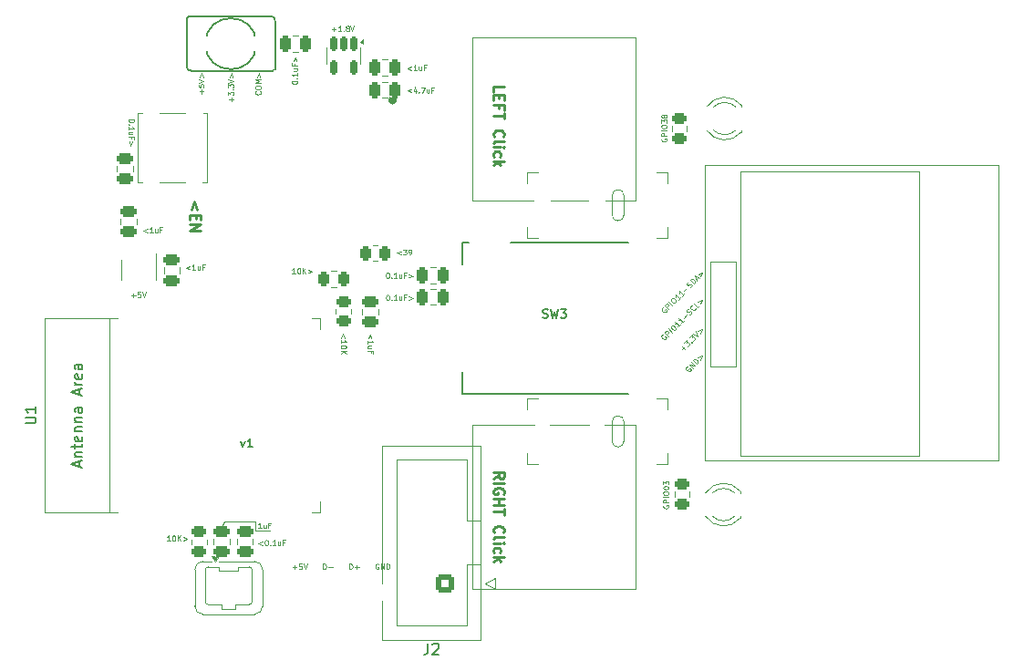
<source format=gto>
%TF.GenerationSoftware,KiCad,Pcbnew,8.0.7*%
%TF.CreationDate,2025-01-14T08:36:20+01:00*%
%TF.ProjectId,Trackball,54726163-6b62-4616-9c6c-2e6b69636164,rev?*%
%TF.SameCoordinates,Original*%
%TF.FileFunction,Legend,Top*%
%TF.FilePolarity,Positive*%
%FSLAX46Y46*%
G04 Gerber Fmt 4.6, Leading zero omitted, Abs format (unit mm)*
G04 Created by KiCad (PCBNEW 8.0.7) date 2025-01-14 08:36:20*
%MOMM*%
%LPD*%
G01*
G04 APERTURE LIST*
G04 Aperture macros list*
%AMRoundRect*
0 Rectangle with rounded corners*
0 $1 Rounding radius*
0 $2 $3 $4 $5 $6 $7 $8 $9 X,Y pos of 4 corners*
0 Add a 4 corners polygon primitive as box body*
4,1,4,$2,$3,$4,$5,$6,$7,$8,$9,$2,$3,0*
0 Add four circle primitives for the rounded corners*
1,1,$1+$1,$2,$3*
1,1,$1+$1,$4,$5*
1,1,$1+$1,$6,$7*
1,1,$1+$1,$8,$9*
0 Add four rect primitives between the rounded corners*
20,1,$1+$1,$2,$3,$4,$5,0*
20,1,$1+$1,$4,$5,$6,$7,0*
20,1,$1+$1,$6,$7,$8,$9,0*
20,1,$1+$1,$8,$9,$2,$3,0*%
G04 Aperture macros list end*
%ADD10C,0.120000*%
%ADD11C,0.125000*%
%ADD12C,0.250000*%
%ADD13C,0.150000*%
%ADD14C,0.200000*%
%ADD15C,0.400000*%
%ADD16C,0.127000*%
%ADD17C,1.700000*%
%ADD18O,1.700000X1.700000*%
%ADD19C,3.200000*%
%ADD20R,0.650000X1.060000*%
%ADD21R,1.200000X1.200000*%
%ADD22C,1.200000*%
%ADD23RoundRect,0.250000X0.600000X0.600000X-0.600000X0.600000X-0.600000X-0.600000X0.600000X-0.600000X0*%
%ADD24R,1.800000X1.800000*%
%ADD25C,1.800000*%
%ADD26R,0.900000X1.500000*%
%ADD27R,1.500000X0.900000*%
%ADD28R,0.900000X0.900000*%
%ADD29RoundRect,0.250000X-0.250000X-0.475000X0.250000X-0.475000X0.250000X0.475000X-0.250000X0.475000X0*%
%ADD30C,1.900000*%
%ADD31C,1.600000*%
%ADD32C,3.050000*%
%ADD33C,5.050000*%
%ADD34R,1.000000X2.800000*%
%ADD35C,1.500000*%
%ADD36RoundRect,0.250000X0.475000X-0.250000X0.475000X0.250000X-0.475000X0.250000X-0.475000X-0.250000X0*%
%ADD37R,0.950000X0.950000*%
%ADD38C,0.950000*%
%ADD39RoundRect,0.250000X0.262500X0.450000X-0.262500X0.450000X-0.262500X-0.450000X0.262500X-0.450000X0*%
%ADD40RoundRect,0.250000X0.450000X-0.262500X0.450000X0.262500X-0.450000X0.262500X-0.450000X-0.262500X0*%
%ADD41RoundRect,0.250000X0.250000X0.475000X-0.250000X0.475000X-0.250000X-0.475000X0.250000X-0.475000X0*%
%ADD42RoundRect,0.150000X-0.150000X0.512500X-0.150000X-0.512500X0.150000X-0.512500X0.150000X0.512500X0*%
%ADD43RoundRect,0.250000X-0.450000X0.262500X-0.450000X-0.262500X0.450000X-0.262500X0.450000X0.262500X0*%
%ADD44RoundRect,0.250000X-0.475000X0.250000X-0.475000X-0.250000X0.475000X-0.250000X0.475000X0.250000X0*%
%ADD45RoundRect,0.243750X0.456250X-0.243750X0.456250X0.243750X-0.456250X0.243750X-0.456250X-0.243750X0*%
%ADD46O,2.000000X1.600000*%
%ADD47RoundRect,0.243750X-0.456250X0.243750X-0.456250X-0.243750X0.456250X-0.243750X0.456250X0.243750X0*%
%ADD48C,1.651000*%
G04 APERTURE END LIST*
D10*
X105750000Y-67390000D02*
X105750000Y-68180000D01*
X102900000Y-67390000D02*
X105750000Y-67390000D01*
X105750000Y-68180000D02*
X107100000Y-68180000D01*
X102900000Y-67390000D02*
X102710000Y-67670000D01*
D11*
X118036521Y-46322309D02*
X118084140Y-46322309D01*
X118084140Y-46322309D02*
X118131759Y-46346119D01*
X118131759Y-46346119D02*
X118155569Y-46369928D01*
X118155569Y-46369928D02*
X118179378Y-46417547D01*
X118179378Y-46417547D02*
X118203188Y-46512785D01*
X118203188Y-46512785D02*
X118203188Y-46631833D01*
X118203188Y-46631833D02*
X118179378Y-46727071D01*
X118179378Y-46727071D02*
X118155569Y-46774690D01*
X118155569Y-46774690D02*
X118131759Y-46798500D01*
X118131759Y-46798500D02*
X118084140Y-46822309D01*
X118084140Y-46822309D02*
X118036521Y-46822309D01*
X118036521Y-46822309D02*
X117988902Y-46798500D01*
X117988902Y-46798500D02*
X117965093Y-46774690D01*
X117965093Y-46774690D02*
X117941283Y-46727071D01*
X117941283Y-46727071D02*
X117917474Y-46631833D01*
X117917474Y-46631833D02*
X117917474Y-46512785D01*
X117917474Y-46512785D02*
X117941283Y-46417547D01*
X117941283Y-46417547D02*
X117965093Y-46369928D01*
X117965093Y-46369928D02*
X117988902Y-46346119D01*
X117988902Y-46346119D02*
X118036521Y-46322309D01*
X118417473Y-46774690D02*
X118441283Y-46798500D01*
X118441283Y-46798500D02*
X118417473Y-46822309D01*
X118417473Y-46822309D02*
X118393664Y-46798500D01*
X118393664Y-46798500D02*
X118417473Y-46774690D01*
X118417473Y-46774690D02*
X118417473Y-46822309D01*
X118917473Y-46822309D02*
X118631759Y-46822309D01*
X118774616Y-46822309D02*
X118774616Y-46322309D01*
X118774616Y-46322309D02*
X118726997Y-46393738D01*
X118726997Y-46393738D02*
X118679378Y-46441357D01*
X118679378Y-46441357D02*
X118631759Y-46465166D01*
X119346044Y-46488976D02*
X119346044Y-46822309D01*
X119131758Y-46488976D02*
X119131758Y-46750880D01*
X119131758Y-46750880D02*
X119155568Y-46798500D01*
X119155568Y-46798500D02*
X119203187Y-46822309D01*
X119203187Y-46822309D02*
X119274615Y-46822309D01*
X119274615Y-46822309D02*
X119322234Y-46798500D01*
X119322234Y-46798500D02*
X119346044Y-46774690D01*
X119750806Y-46560404D02*
X119584139Y-46560404D01*
X119584139Y-46822309D02*
X119584139Y-46322309D01*
X119584139Y-46322309D02*
X119822234Y-46322309D01*
X120012710Y-46488976D02*
X120393663Y-46631833D01*
X120393663Y-46631833D02*
X120012710Y-46774690D01*
X106224690Y-27414432D02*
X106248500Y-27438241D01*
X106248500Y-27438241D02*
X106272309Y-27509670D01*
X106272309Y-27509670D02*
X106272309Y-27557289D01*
X106272309Y-27557289D02*
X106248500Y-27628717D01*
X106248500Y-27628717D02*
X106200880Y-27676336D01*
X106200880Y-27676336D02*
X106153261Y-27700146D01*
X106153261Y-27700146D02*
X106058023Y-27723955D01*
X106058023Y-27723955D02*
X105986595Y-27723955D01*
X105986595Y-27723955D02*
X105891357Y-27700146D01*
X105891357Y-27700146D02*
X105843738Y-27676336D01*
X105843738Y-27676336D02*
X105796119Y-27628717D01*
X105796119Y-27628717D02*
X105772309Y-27557289D01*
X105772309Y-27557289D02*
X105772309Y-27509670D01*
X105772309Y-27509670D02*
X105796119Y-27438241D01*
X105796119Y-27438241D02*
X105819928Y-27414432D01*
X105772309Y-27104908D02*
X105772309Y-27009670D01*
X105772309Y-27009670D02*
X105796119Y-26962051D01*
X105796119Y-26962051D02*
X105843738Y-26914432D01*
X105843738Y-26914432D02*
X105938976Y-26890622D01*
X105938976Y-26890622D02*
X106105642Y-26890622D01*
X106105642Y-26890622D02*
X106200880Y-26914432D01*
X106200880Y-26914432D02*
X106248500Y-26962051D01*
X106248500Y-26962051D02*
X106272309Y-27009670D01*
X106272309Y-27009670D02*
X106272309Y-27104908D01*
X106272309Y-27104908D02*
X106248500Y-27152527D01*
X106248500Y-27152527D02*
X106200880Y-27200146D01*
X106200880Y-27200146D02*
X106105642Y-27223955D01*
X106105642Y-27223955D02*
X105938976Y-27223955D01*
X105938976Y-27223955D02*
X105843738Y-27200146D01*
X105843738Y-27200146D02*
X105796119Y-27152527D01*
X105796119Y-27152527D02*
X105772309Y-27104908D01*
X106272309Y-26676336D02*
X105772309Y-26676336D01*
X105772309Y-26676336D02*
X106129452Y-26509669D01*
X106129452Y-26509669D02*
X105772309Y-26343003D01*
X105772309Y-26343003D02*
X106272309Y-26343003D01*
X105938976Y-26104907D02*
X106081833Y-25723955D01*
X106081833Y-25723955D02*
X106224690Y-26104907D01*
X94517690Y-30116521D02*
X94517690Y-30164140D01*
X94517690Y-30164140D02*
X94493880Y-30211759D01*
X94493880Y-30211759D02*
X94470071Y-30235569D01*
X94470071Y-30235569D02*
X94422452Y-30259378D01*
X94422452Y-30259378D02*
X94327214Y-30283188D01*
X94327214Y-30283188D02*
X94208166Y-30283188D01*
X94208166Y-30283188D02*
X94112928Y-30259378D01*
X94112928Y-30259378D02*
X94065309Y-30235569D01*
X94065309Y-30235569D02*
X94041500Y-30211759D01*
X94041500Y-30211759D02*
X94017690Y-30164140D01*
X94017690Y-30164140D02*
X94017690Y-30116521D01*
X94017690Y-30116521D02*
X94041500Y-30068902D01*
X94041500Y-30068902D02*
X94065309Y-30045093D01*
X94065309Y-30045093D02*
X94112928Y-30021283D01*
X94112928Y-30021283D02*
X94208166Y-29997474D01*
X94208166Y-29997474D02*
X94327214Y-29997474D01*
X94327214Y-29997474D02*
X94422452Y-30021283D01*
X94422452Y-30021283D02*
X94470071Y-30045093D01*
X94470071Y-30045093D02*
X94493880Y-30068902D01*
X94493880Y-30068902D02*
X94517690Y-30116521D01*
X94065309Y-30497473D02*
X94041500Y-30521283D01*
X94041500Y-30521283D02*
X94017690Y-30497473D01*
X94017690Y-30497473D02*
X94041500Y-30473664D01*
X94041500Y-30473664D02*
X94065309Y-30497473D01*
X94065309Y-30497473D02*
X94017690Y-30497473D01*
X94017690Y-30997473D02*
X94017690Y-30711759D01*
X94017690Y-30854616D02*
X94517690Y-30854616D01*
X94517690Y-30854616D02*
X94446261Y-30806997D01*
X94446261Y-30806997D02*
X94398642Y-30759378D01*
X94398642Y-30759378D02*
X94374833Y-30711759D01*
X94351023Y-31426044D02*
X94017690Y-31426044D01*
X94351023Y-31211758D02*
X94089119Y-31211758D01*
X94089119Y-31211758D02*
X94041500Y-31235568D01*
X94041500Y-31235568D02*
X94017690Y-31283187D01*
X94017690Y-31283187D02*
X94017690Y-31354615D01*
X94017690Y-31354615D02*
X94041500Y-31402234D01*
X94041500Y-31402234D02*
X94065309Y-31426044D01*
X94279595Y-31830806D02*
X94279595Y-31664139D01*
X94017690Y-31664139D02*
X94517690Y-31664139D01*
X94517690Y-31664139D02*
X94517690Y-31902234D01*
X94351023Y-32092710D02*
X94208166Y-32473663D01*
X94208166Y-32473663D02*
X94065309Y-32092710D01*
X114506362Y-71792309D02*
X114506362Y-71292309D01*
X114506362Y-71292309D02*
X114625410Y-71292309D01*
X114625410Y-71292309D02*
X114696838Y-71316119D01*
X114696838Y-71316119D02*
X114744457Y-71363738D01*
X114744457Y-71363738D02*
X114768267Y-71411357D01*
X114768267Y-71411357D02*
X114792076Y-71506595D01*
X114792076Y-71506595D02*
X114792076Y-71578023D01*
X114792076Y-71578023D02*
X114768267Y-71673261D01*
X114768267Y-71673261D02*
X114744457Y-71720880D01*
X114744457Y-71720880D02*
X114696838Y-71768500D01*
X114696838Y-71768500D02*
X114625410Y-71792309D01*
X114625410Y-71792309D02*
X114506362Y-71792309D01*
X115006362Y-71601833D02*
X115387315Y-71601833D01*
X115196838Y-71792309D02*
X115196838Y-71411357D01*
X114041023Y-50312236D02*
X113898166Y-49931283D01*
X113898166Y-49931283D02*
X113755309Y-50312236D01*
X113707690Y-50812236D02*
X113707690Y-50526522D01*
X113707690Y-50669379D02*
X114207690Y-50669379D01*
X114207690Y-50669379D02*
X114136261Y-50621760D01*
X114136261Y-50621760D02*
X114088642Y-50574141D01*
X114088642Y-50574141D02*
X114064833Y-50526522D01*
X114207690Y-51121759D02*
X114207690Y-51169378D01*
X114207690Y-51169378D02*
X114183880Y-51216997D01*
X114183880Y-51216997D02*
X114160071Y-51240807D01*
X114160071Y-51240807D02*
X114112452Y-51264616D01*
X114112452Y-51264616D02*
X114017214Y-51288426D01*
X114017214Y-51288426D02*
X113898166Y-51288426D01*
X113898166Y-51288426D02*
X113802928Y-51264616D01*
X113802928Y-51264616D02*
X113755309Y-51240807D01*
X113755309Y-51240807D02*
X113731500Y-51216997D01*
X113731500Y-51216997D02*
X113707690Y-51169378D01*
X113707690Y-51169378D02*
X113707690Y-51121759D01*
X113707690Y-51121759D02*
X113731500Y-51074140D01*
X113731500Y-51074140D02*
X113755309Y-51050331D01*
X113755309Y-51050331D02*
X113802928Y-51026521D01*
X113802928Y-51026521D02*
X113898166Y-51002712D01*
X113898166Y-51002712D02*
X114017214Y-51002712D01*
X114017214Y-51002712D02*
X114112452Y-51026521D01*
X114112452Y-51026521D02*
X114160071Y-51050331D01*
X114160071Y-51050331D02*
X114183880Y-51074140D01*
X114183880Y-51074140D02*
X114207690Y-51121759D01*
X113707690Y-51502711D02*
X114207690Y-51502711D01*
X113707690Y-51788425D02*
X113993404Y-51574140D01*
X114207690Y-51788425D02*
X113921976Y-51502711D01*
X112071283Y-71792309D02*
X112071283Y-71292309D01*
X112071283Y-71292309D02*
X112190331Y-71292309D01*
X112190331Y-71292309D02*
X112261759Y-71316119D01*
X112261759Y-71316119D02*
X112309378Y-71363738D01*
X112309378Y-71363738D02*
X112333188Y-71411357D01*
X112333188Y-71411357D02*
X112356997Y-71506595D01*
X112356997Y-71506595D02*
X112356997Y-71578023D01*
X112356997Y-71578023D02*
X112333188Y-71673261D01*
X112333188Y-71673261D02*
X112309378Y-71720880D01*
X112309378Y-71720880D02*
X112261759Y-71768500D01*
X112261759Y-71768500D02*
X112190331Y-71792309D01*
X112190331Y-71792309D02*
X112071283Y-71792309D01*
X112571283Y-71601833D02*
X112952236Y-71601833D01*
D12*
X127885380Y-63373996D02*
X128361571Y-63040663D01*
X127885380Y-62802568D02*
X128885380Y-62802568D01*
X128885380Y-62802568D02*
X128885380Y-63183520D01*
X128885380Y-63183520D02*
X128837761Y-63278758D01*
X128837761Y-63278758D02*
X128790142Y-63326377D01*
X128790142Y-63326377D02*
X128694904Y-63373996D01*
X128694904Y-63373996D02*
X128552047Y-63373996D01*
X128552047Y-63373996D02*
X128456809Y-63326377D01*
X128456809Y-63326377D02*
X128409190Y-63278758D01*
X128409190Y-63278758D02*
X128361571Y-63183520D01*
X128361571Y-63183520D02*
X128361571Y-62802568D01*
X127885380Y-63802568D02*
X128885380Y-63802568D01*
X128837761Y-64802567D02*
X128885380Y-64707329D01*
X128885380Y-64707329D02*
X128885380Y-64564472D01*
X128885380Y-64564472D02*
X128837761Y-64421615D01*
X128837761Y-64421615D02*
X128742523Y-64326377D01*
X128742523Y-64326377D02*
X128647285Y-64278758D01*
X128647285Y-64278758D02*
X128456809Y-64231139D01*
X128456809Y-64231139D02*
X128313952Y-64231139D01*
X128313952Y-64231139D02*
X128123476Y-64278758D01*
X128123476Y-64278758D02*
X128028238Y-64326377D01*
X128028238Y-64326377D02*
X127933000Y-64421615D01*
X127933000Y-64421615D02*
X127885380Y-64564472D01*
X127885380Y-64564472D02*
X127885380Y-64659710D01*
X127885380Y-64659710D02*
X127933000Y-64802567D01*
X127933000Y-64802567D02*
X127980619Y-64850186D01*
X127980619Y-64850186D02*
X128313952Y-64850186D01*
X128313952Y-64850186D02*
X128313952Y-64659710D01*
X127885380Y-65278758D02*
X128885380Y-65278758D01*
X128409190Y-65278758D02*
X128409190Y-65850186D01*
X127885380Y-65850186D02*
X128885380Y-65850186D01*
X128885380Y-66183520D02*
X128885380Y-66754948D01*
X127885380Y-66469234D02*
X128885380Y-66469234D01*
X127980619Y-68421615D02*
X127933000Y-68373996D01*
X127933000Y-68373996D02*
X127885380Y-68231139D01*
X127885380Y-68231139D02*
X127885380Y-68135901D01*
X127885380Y-68135901D02*
X127933000Y-67993044D01*
X127933000Y-67993044D02*
X128028238Y-67897806D01*
X128028238Y-67897806D02*
X128123476Y-67850187D01*
X128123476Y-67850187D02*
X128313952Y-67802568D01*
X128313952Y-67802568D02*
X128456809Y-67802568D01*
X128456809Y-67802568D02*
X128647285Y-67850187D01*
X128647285Y-67850187D02*
X128742523Y-67897806D01*
X128742523Y-67897806D02*
X128837761Y-67993044D01*
X128837761Y-67993044D02*
X128885380Y-68135901D01*
X128885380Y-68135901D02*
X128885380Y-68231139D01*
X128885380Y-68231139D02*
X128837761Y-68373996D01*
X128837761Y-68373996D02*
X128790142Y-68421615D01*
X127885380Y-68993044D02*
X127933000Y-68897806D01*
X127933000Y-68897806D02*
X128028238Y-68850187D01*
X128028238Y-68850187D02*
X128885380Y-68850187D01*
X127885380Y-69373997D02*
X128552047Y-69373997D01*
X128885380Y-69373997D02*
X128837761Y-69326378D01*
X128837761Y-69326378D02*
X128790142Y-69373997D01*
X128790142Y-69373997D02*
X128837761Y-69421616D01*
X128837761Y-69421616D02*
X128885380Y-69373997D01*
X128885380Y-69373997D02*
X128790142Y-69373997D01*
X127933000Y-70278758D02*
X127885380Y-70183520D01*
X127885380Y-70183520D02*
X127885380Y-69993044D01*
X127885380Y-69993044D02*
X127933000Y-69897806D01*
X127933000Y-69897806D02*
X127980619Y-69850187D01*
X127980619Y-69850187D02*
X128075857Y-69802568D01*
X128075857Y-69802568D02*
X128361571Y-69802568D01*
X128361571Y-69802568D02*
X128456809Y-69850187D01*
X128456809Y-69850187D02*
X128504428Y-69897806D01*
X128504428Y-69897806D02*
X128552047Y-69993044D01*
X128552047Y-69993044D02*
X128552047Y-70183520D01*
X128552047Y-70183520D02*
X128504428Y-70278758D01*
X127885380Y-70707330D02*
X128885380Y-70707330D01*
X128266333Y-70802568D02*
X127885380Y-71088282D01*
X128552047Y-71088282D02*
X128171095Y-70707330D01*
D11*
X109483188Y-44332309D02*
X109197474Y-44332309D01*
X109340331Y-44332309D02*
X109340331Y-43832309D01*
X109340331Y-43832309D02*
X109292712Y-43903738D01*
X109292712Y-43903738D02*
X109245093Y-43951357D01*
X109245093Y-43951357D02*
X109197474Y-43975166D01*
X109792711Y-43832309D02*
X109840330Y-43832309D01*
X109840330Y-43832309D02*
X109887949Y-43856119D01*
X109887949Y-43856119D02*
X109911759Y-43879928D01*
X109911759Y-43879928D02*
X109935568Y-43927547D01*
X109935568Y-43927547D02*
X109959378Y-44022785D01*
X109959378Y-44022785D02*
X109959378Y-44141833D01*
X109959378Y-44141833D02*
X109935568Y-44237071D01*
X109935568Y-44237071D02*
X109911759Y-44284690D01*
X109911759Y-44284690D02*
X109887949Y-44308500D01*
X109887949Y-44308500D02*
X109840330Y-44332309D01*
X109840330Y-44332309D02*
X109792711Y-44332309D01*
X109792711Y-44332309D02*
X109745092Y-44308500D01*
X109745092Y-44308500D02*
X109721283Y-44284690D01*
X109721283Y-44284690D02*
X109697473Y-44237071D01*
X109697473Y-44237071D02*
X109673664Y-44141833D01*
X109673664Y-44141833D02*
X109673664Y-44022785D01*
X109673664Y-44022785D02*
X109697473Y-43927547D01*
X109697473Y-43927547D02*
X109721283Y-43879928D01*
X109721283Y-43879928D02*
X109745092Y-43856119D01*
X109745092Y-43856119D02*
X109792711Y-43832309D01*
X110173663Y-44332309D02*
X110173663Y-43832309D01*
X110459377Y-44332309D02*
X110245092Y-44046595D01*
X110459377Y-43832309D02*
X110173663Y-44118023D01*
X110673663Y-43998976D02*
X111054616Y-44141833D01*
X111054616Y-44141833D02*
X110673663Y-44284690D01*
X109231443Y-71601833D02*
X109612396Y-71601833D01*
X109421919Y-71792309D02*
X109421919Y-71411357D01*
X110088586Y-71292309D02*
X109850491Y-71292309D01*
X109850491Y-71292309D02*
X109826682Y-71530404D01*
X109826682Y-71530404D02*
X109850491Y-71506595D01*
X109850491Y-71506595D02*
X109898110Y-71482785D01*
X109898110Y-71482785D02*
X110017158Y-71482785D01*
X110017158Y-71482785D02*
X110064777Y-71506595D01*
X110064777Y-71506595D02*
X110088586Y-71530404D01*
X110088586Y-71530404D02*
X110112396Y-71578023D01*
X110112396Y-71578023D02*
X110112396Y-71697071D01*
X110112396Y-71697071D02*
X110088586Y-71744690D01*
X110088586Y-71744690D02*
X110064777Y-71768500D01*
X110064777Y-71768500D02*
X110017158Y-71792309D01*
X110017158Y-71792309D02*
X109898110Y-71792309D01*
X109898110Y-71792309D02*
X109850491Y-71768500D01*
X109850491Y-71768500D02*
X109826682Y-71744690D01*
X110255253Y-71292309D02*
X110421919Y-71792309D01*
X110421919Y-71792309D02*
X110588586Y-71292309D01*
X118036521Y-44262309D02*
X118084140Y-44262309D01*
X118084140Y-44262309D02*
X118131759Y-44286119D01*
X118131759Y-44286119D02*
X118155569Y-44309928D01*
X118155569Y-44309928D02*
X118179378Y-44357547D01*
X118179378Y-44357547D02*
X118203188Y-44452785D01*
X118203188Y-44452785D02*
X118203188Y-44571833D01*
X118203188Y-44571833D02*
X118179378Y-44667071D01*
X118179378Y-44667071D02*
X118155569Y-44714690D01*
X118155569Y-44714690D02*
X118131759Y-44738500D01*
X118131759Y-44738500D02*
X118084140Y-44762309D01*
X118084140Y-44762309D02*
X118036521Y-44762309D01*
X118036521Y-44762309D02*
X117988902Y-44738500D01*
X117988902Y-44738500D02*
X117965093Y-44714690D01*
X117965093Y-44714690D02*
X117941283Y-44667071D01*
X117941283Y-44667071D02*
X117917474Y-44571833D01*
X117917474Y-44571833D02*
X117917474Y-44452785D01*
X117917474Y-44452785D02*
X117941283Y-44357547D01*
X117941283Y-44357547D02*
X117965093Y-44309928D01*
X117965093Y-44309928D02*
X117988902Y-44286119D01*
X117988902Y-44286119D02*
X118036521Y-44262309D01*
X118417473Y-44714690D02*
X118441283Y-44738500D01*
X118441283Y-44738500D02*
X118417473Y-44762309D01*
X118417473Y-44762309D02*
X118393664Y-44738500D01*
X118393664Y-44738500D02*
X118417473Y-44714690D01*
X118417473Y-44714690D02*
X118417473Y-44762309D01*
X118917473Y-44762309D02*
X118631759Y-44762309D01*
X118774616Y-44762309D02*
X118774616Y-44262309D01*
X118774616Y-44262309D02*
X118726997Y-44333738D01*
X118726997Y-44333738D02*
X118679378Y-44381357D01*
X118679378Y-44381357D02*
X118631759Y-44405166D01*
X119346044Y-44428976D02*
X119346044Y-44762309D01*
X119131758Y-44428976D02*
X119131758Y-44690880D01*
X119131758Y-44690880D02*
X119155568Y-44738500D01*
X119155568Y-44738500D02*
X119203187Y-44762309D01*
X119203187Y-44762309D02*
X119274615Y-44762309D01*
X119274615Y-44762309D02*
X119322234Y-44738500D01*
X119322234Y-44738500D02*
X119346044Y-44714690D01*
X119750806Y-44500404D02*
X119584139Y-44500404D01*
X119584139Y-44762309D02*
X119584139Y-44262309D01*
X119584139Y-44262309D02*
X119822234Y-44262309D01*
X120012710Y-44428976D02*
X120393663Y-44571833D01*
X120393663Y-44571833D02*
X120012710Y-44714690D01*
X145882941Y-52957894D02*
X145832434Y-52974730D01*
X145832434Y-52974730D02*
X145781926Y-53025237D01*
X145781926Y-53025237D02*
X145748254Y-53092581D01*
X145748254Y-53092581D02*
X145748254Y-53159924D01*
X145748254Y-53159924D02*
X145765090Y-53210432D01*
X145765090Y-53210432D02*
X145815598Y-53294611D01*
X145815598Y-53294611D02*
X145866105Y-53345119D01*
X145866105Y-53345119D02*
X145950285Y-53395627D01*
X145950285Y-53395627D02*
X146000792Y-53412463D01*
X146000792Y-53412463D02*
X146068136Y-53412463D01*
X146068136Y-53412463D02*
X146135479Y-53378791D01*
X146135479Y-53378791D02*
X146169151Y-53345119D01*
X146169151Y-53345119D02*
X146202823Y-53277776D01*
X146202823Y-53277776D02*
X146202823Y-53244104D01*
X146202823Y-53244104D02*
X146084972Y-53126253D01*
X146084972Y-53126253D02*
X146017628Y-53193596D01*
X146388018Y-53126253D02*
X146034464Y-52772699D01*
X146034464Y-52772699D02*
X146590048Y-52924222D01*
X146590048Y-52924222D02*
X146236495Y-52570669D01*
X146758407Y-52755863D02*
X146404854Y-52402310D01*
X146404854Y-52402310D02*
X146489033Y-52318130D01*
X146489033Y-52318130D02*
X146556377Y-52284459D01*
X146556377Y-52284459D02*
X146623720Y-52284459D01*
X146623720Y-52284459D02*
X146674228Y-52301294D01*
X146674228Y-52301294D02*
X146758407Y-52351802D01*
X146758407Y-52351802D02*
X146808915Y-52402310D01*
X146808915Y-52402310D02*
X146859422Y-52486489D01*
X146859422Y-52486489D02*
X146876258Y-52536997D01*
X146876258Y-52536997D02*
X146876258Y-52604340D01*
X146876258Y-52604340D02*
X146842586Y-52671684D01*
X146842586Y-52671684D02*
X146758407Y-52755863D01*
X146876258Y-52166607D02*
X147246648Y-51998249D01*
X147246648Y-51998249D02*
X147078289Y-52368638D01*
X95752236Y-40208976D02*
X95371283Y-40351833D01*
X95371283Y-40351833D02*
X95752236Y-40494690D01*
X96252236Y-40542309D02*
X95966522Y-40542309D01*
X96109379Y-40542309D02*
X96109379Y-40042309D01*
X96109379Y-40042309D02*
X96061760Y-40113738D01*
X96061760Y-40113738D02*
X96014141Y-40161357D01*
X96014141Y-40161357D02*
X95966522Y-40185166D01*
X96680807Y-40208976D02*
X96680807Y-40542309D01*
X96466521Y-40208976D02*
X96466521Y-40470880D01*
X96466521Y-40470880D02*
X96490331Y-40518500D01*
X96490331Y-40518500D02*
X96537950Y-40542309D01*
X96537950Y-40542309D02*
X96609378Y-40542309D01*
X96609378Y-40542309D02*
X96656997Y-40518500D01*
X96656997Y-40518500D02*
X96680807Y-40494690D01*
X97085569Y-40280404D02*
X96918902Y-40280404D01*
X96918902Y-40542309D02*
X96918902Y-40042309D01*
X96918902Y-40042309D02*
X97156997Y-40042309D01*
X99682236Y-43648976D02*
X99301283Y-43791833D01*
X99301283Y-43791833D02*
X99682236Y-43934690D01*
X100182236Y-43982309D02*
X99896522Y-43982309D01*
X100039379Y-43982309D02*
X100039379Y-43482309D01*
X100039379Y-43482309D02*
X99991760Y-43553738D01*
X99991760Y-43553738D02*
X99944141Y-43601357D01*
X99944141Y-43601357D02*
X99896522Y-43625166D01*
X100610807Y-43648976D02*
X100610807Y-43982309D01*
X100396521Y-43648976D02*
X100396521Y-43910880D01*
X100396521Y-43910880D02*
X100420331Y-43958500D01*
X100420331Y-43958500D02*
X100467950Y-43982309D01*
X100467950Y-43982309D02*
X100539378Y-43982309D01*
X100539378Y-43982309D02*
X100586997Y-43958500D01*
X100586997Y-43958500D02*
X100610807Y-43934690D01*
X101015569Y-43720404D02*
X100848902Y-43720404D01*
X100848902Y-43982309D02*
X100848902Y-43482309D01*
X100848902Y-43482309D02*
X101086997Y-43482309D01*
X94261283Y-46361833D02*
X94642236Y-46361833D01*
X94451759Y-46552309D02*
X94451759Y-46171357D01*
X95118426Y-46052309D02*
X94880331Y-46052309D01*
X94880331Y-46052309D02*
X94856522Y-46290404D01*
X94856522Y-46290404D02*
X94880331Y-46266595D01*
X94880331Y-46266595D02*
X94927950Y-46242785D01*
X94927950Y-46242785D02*
X95046998Y-46242785D01*
X95046998Y-46242785D02*
X95094617Y-46266595D01*
X95094617Y-46266595D02*
X95118426Y-46290404D01*
X95118426Y-46290404D02*
X95142236Y-46338023D01*
X95142236Y-46338023D02*
X95142236Y-46457071D01*
X95142236Y-46457071D02*
X95118426Y-46504690D01*
X95118426Y-46504690D02*
X95094617Y-46528500D01*
X95094617Y-46528500D02*
X95046998Y-46552309D01*
X95046998Y-46552309D02*
X94927950Y-46552309D01*
X94927950Y-46552309D02*
X94880331Y-46528500D01*
X94880331Y-46528500D02*
X94856522Y-46504690D01*
X95285093Y-46052309D02*
X95451759Y-46552309D01*
X95451759Y-46552309D02*
X95618426Y-46052309D01*
X143622941Y-49987894D02*
X143572434Y-50004730D01*
X143572434Y-50004730D02*
X143521926Y-50055237D01*
X143521926Y-50055237D02*
X143488254Y-50122581D01*
X143488254Y-50122581D02*
X143488254Y-50189924D01*
X143488254Y-50189924D02*
X143505090Y-50240432D01*
X143505090Y-50240432D02*
X143555598Y-50324611D01*
X143555598Y-50324611D02*
X143606105Y-50375119D01*
X143606105Y-50375119D02*
X143690285Y-50425627D01*
X143690285Y-50425627D02*
X143740792Y-50442463D01*
X143740792Y-50442463D02*
X143808136Y-50442463D01*
X143808136Y-50442463D02*
X143875479Y-50408791D01*
X143875479Y-50408791D02*
X143909151Y-50375119D01*
X143909151Y-50375119D02*
X143942823Y-50307776D01*
X143942823Y-50307776D02*
X143942823Y-50274104D01*
X143942823Y-50274104D02*
X143824972Y-50156253D01*
X143824972Y-50156253D02*
X143757628Y-50223596D01*
X144128018Y-50156253D02*
X143774464Y-49802699D01*
X143774464Y-49802699D02*
X143909151Y-49668012D01*
X143909151Y-49668012D02*
X143959659Y-49651176D01*
X143959659Y-49651176D02*
X143993331Y-49651176D01*
X143993331Y-49651176D02*
X144043838Y-49668012D01*
X144043838Y-49668012D02*
X144094346Y-49718520D01*
X144094346Y-49718520D02*
X144111182Y-49769028D01*
X144111182Y-49769028D02*
X144111182Y-49802699D01*
X144111182Y-49802699D02*
X144094346Y-49853207D01*
X144094346Y-49853207D02*
X143959659Y-49987894D01*
X144481571Y-49802699D02*
X144128018Y-49449146D01*
X144363720Y-49213444D02*
X144431063Y-49146100D01*
X144431063Y-49146100D02*
X144481571Y-49129264D01*
X144481571Y-49129264D02*
X144548914Y-49129264D01*
X144548914Y-49129264D02*
X144633094Y-49179772D01*
X144633094Y-49179772D02*
X144750945Y-49297623D01*
X144750945Y-49297623D02*
X144801452Y-49381803D01*
X144801452Y-49381803D02*
X144801452Y-49449146D01*
X144801452Y-49449146D02*
X144784616Y-49499654D01*
X144784616Y-49499654D02*
X144717273Y-49566997D01*
X144717273Y-49566997D02*
X144666765Y-49583833D01*
X144666765Y-49583833D02*
X144599422Y-49583833D01*
X144599422Y-49583833D02*
X144515242Y-49533325D01*
X144515242Y-49533325D02*
X144397391Y-49415474D01*
X144397391Y-49415474D02*
X144346884Y-49331295D01*
X144346884Y-49331295D02*
X144346884Y-49263951D01*
X144346884Y-49263951D02*
X144363720Y-49213444D01*
X145205514Y-49078756D02*
X145003483Y-49280787D01*
X145104498Y-49179772D02*
X144750945Y-48826218D01*
X144750945Y-48826218D02*
X144767781Y-48910398D01*
X144767781Y-48910398D02*
X144767781Y-48977741D01*
X144767781Y-48977741D02*
X144750945Y-49028249D01*
X145542231Y-48742039D02*
X145340200Y-48944070D01*
X145441216Y-48843055D02*
X145087662Y-48489501D01*
X145087662Y-48489501D02*
X145104498Y-48573681D01*
X145104498Y-48573681D02*
X145104498Y-48641024D01*
X145104498Y-48641024D02*
X145087662Y-48691532D01*
X145559066Y-48455830D02*
X145828440Y-48186456D01*
X146097815Y-48152784D02*
X146165158Y-48119112D01*
X146165158Y-48119112D02*
X146249338Y-48034933D01*
X146249338Y-48034933D02*
X146266173Y-47984425D01*
X146266173Y-47984425D02*
X146266173Y-47950753D01*
X146266173Y-47950753D02*
X146249338Y-47900246D01*
X146249338Y-47900246D02*
X146215666Y-47866574D01*
X146215666Y-47866574D02*
X146165158Y-47849738D01*
X146165158Y-47849738D02*
X146131486Y-47849738D01*
X146131486Y-47849738D02*
X146080979Y-47866574D01*
X146080979Y-47866574D02*
X145996799Y-47917081D01*
X145996799Y-47917081D02*
X145946292Y-47933917D01*
X145946292Y-47933917D02*
X145912620Y-47933917D01*
X145912620Y-47933917D02*
X145862112Y-47917081D01*
X145862112Y-47917081D02*
X145828441Y-47883410D01*
X145828441Y-47883410D02*
X145811605Y-47832902D01*
X145811605Y-47832902D02*
X145811605Y-47799230D01*
X145811605Y-47799230D02*
X145828441Y-47748723D01*
X145828441Y-47748723D02*
X145912620Y-47664543D01*
X145912620Y-47664543D02*
X145979964Y-47630872D01*
X146636562Y-47580364D02*
X146636562Y-47614036D01*
X146636562Y-47614036D02*
X146602891Y-47681380D01*
X146602891Y-47681380D02*
X146569219Y-47715051D01*
X146569219Y-47715051D02*
X146501875Y-47748723D01*
X146501875Y-47748723D02*
X146434532Y-47748723D01*
X146434532Y-47748723D02*
X146384024Y-47731887D01*
X146384024Y-47731887D02*
X146299845Y-47681380D01*
X146299845Y-47681380D02*
X146249337Y-47630872D01*
X146249337Y-47630872D02*
X146198830Y-47546693D01*
X146198830Y-47546693D02*
X146181994Y-47496185D01*
X146181994Y-47496185D02*
X146181994Y-47428841D01*
X146181994Y-47428841D02*
X146215666Y-47361498D01*
X146215666Y-47361498D02*
X146249337Y-47327826D01*
X146249337Y-47327826D02*
X146316681Y-47294154D01*
X146316681Y-47294154D02*
X146350353Y-47294154D01*
X146990116Y-47294154D02*
X146821757Y-47462513D01*
X146821757Y-47462513D02*
X146468204Y-47108960D01*
X146872265Y-46940601D02*
X147242654Y-46772242D01*
X147242654Y-46772242D02*
X147074295Y-47142631D01*
D12*
X127885380Y-27448758D02*
X127885380Y-26972568D01*
X127885380Y-26972568D02*
X128885380Y-26972568D01*
X128409190Y-27782092D02*
X128409190Y-28115425D01*
X127885380Y-28258282D02*
X127885380Y-27782092D01*
X127885380Y-27782092D02*
X128885380Y-27782092D01*
X128885380Y-27782092D02*
X128885380Y-28258282D01*
X128409190Y-29020187D02*
X128409190Y-28686854D01*
X127885380Y-28686854D02*
X128885380Y-28686854D01*
X128885380Y-28686854D02*
X128885380Y-29163044D01*
X128885380Y-29401140D02*
X128885380Y-29972568D01*
X127885380Y-29686854D02*
X128885380Y-29686854D01*
X127980619Y-31639235D02*
X127933000Y-31591616D01*
X127933000Y-31591616D02*
X127885380Y-31448759D01*
X127885380Y-31448759D02*
X127885380Y-31353521D01*
X127885380Y-31353521D02*
X127933000Y-31210664D01*
X127933000Y-31210664D02*
X128028238Y-31115426D01*
X128028238Y-31115426D02*
X128123476Y-31067807D01*
X128123476Y-31067807D02*
X128313952Y-31020188D01*
X128313952Y-31020188D02*
X128456809Y-31020188D01*
X128456809Y-31020188D02*
X128647285Y-31067807D01*
X128647285Y-31067807D02*
X128742523Y-31115426D01*
X128742523Y-31115426D02*
X128837761Y-31210664D01*
X128837761Y-31210664D02*
X128885380Y-31353521D01*
X128885380Y-31353521D02*
X128885380Y-31448759D01*
X128885380Y-31448759D02*
X128837761Y-31591616D01*
X128837761Y-31591616D02*
X128790142Y-31639235D01*
X127885380Y-32210664D02*
X127933000Y-32115426D01*
X127933000Y-32115426D02*
X128028238Y-32067807D01*
X128028238Y-32067807D02*
X128885380Y-32067807D01*
X127885380Y-32591617D02*
X128552047Y-32591617D01*
X128885380Y-32591617D02*
X128837761Y-32543998D01*
X128837761Y-32543998D02*
X128790142Y-32591617D01*
X128790142Y-32591617D02*
X128837761Y-32639236D01*
X128837761Y-32639236D02*
X128885380Y-32591617D01*
X128885380Y-32591617D02*
X128790142Y-32591617D01*
X127933000Y-33496378D02*
X127885380Y-33401140D01*
X127885380Y-33401140D02*
X127885380Y-33210664D01*
X127885380Y-33210664D02*
X127933000Y-33115426D01*
X127933000Y-33115426D02*
X127980619Y-33067807D01*
X127980619Y-33067807D02*
X128075857Y-33020188D01*
X128075857Y-33020188D02*
X128361571Y-33020188D01*
X128361571Y-33020188D02*
X128456809Y-33067807D01*
X128456809Y-33067807D02*
X128504428Y-33115426D01*
X128504428Y-33115426D02*
X128552047Y-33210664D01*
X128552047Y-33210664D02*
X128552047Y-33401140D01*
X128552047Y-33401140D02*
X128504428Y-33496378D01*
X127885380Y-33924950D02*
X128885380Y-33924950D01*
X128266333Y-34020188D02*
X127885380Y-34305902D01*
X128552047Y-34305902D02*
X128171095Y-33924950D01*
D11*
X143666119Y-65856811D02*
X143642309Y-65904430D01*
X143642309Y-65904430D02*
X143642309Y-65975859D01*
X143642309Y-65975859D02*
X143666119Y-66047287D01*
X143666119Y-66047287D02*
X143713738Y-66094906D01*
X143713738Y-66094906D02*
X143761357Y-66118716D01*
X143761357Y-66118716D02*
X143856595Y-66142525D01*
X143856595Y-66142525D02*
X143928023Y-66142525D01*
X143928023Y-66142525D02*
X144023261Y-66118716D01*
X144023261Y-66118716D02*
X144070880Y-66094906D01*
X144070880Y-66094906D02*
X144118500Y-66047287D01*
X144118500Y-66047287D02*
X144142309Y-65975859D01*
X144142309Y-65975859D02*
X144142309Y-65928240D01*
X144142309Y-65928240D02*
X144118500Y-65856811D01*
X144118500Y-65856811D02*
X144094690Y-65833002D01*
X144094690Y-65833002D02*
X143928023Y-65833002D01*
X143928023Y-65833002D02*
X143928023Y-65928240D01*
X144142309Y-65618716D02*
X143642309Y-65618716D01*
X143642309Y-65618716D02*
X143642309Y-65428240D01*
X143642309Y-65428240D02*
X143666119Y-65380621D01*
X143666119Y-65380621D02*
X143689928Y-65356811D01*
X143689928Y-65356811D02*
X143737547Y-65333002D01*
X143737547Y-65333002D02*
X143808976Y-65333002D01*
X143808976Y-65333002D02*
X143856595Y-65356811D01*
X143856595Y-65356811D02*
X143880404Y-65380621D01*
X143880404Y-65380621D02*
X143904214Y-65428240D01*
X143904214Y-65428240D02*
X143904214Y-65618716D01*
X144142309Y-65118716D02*
X143642309Y-65118716D01*
X143642309Y-64785383D02*
X143642309Y-64690145D01*
X143642309Y-64690145D02*
X143666119Y-64642526D01*
X143666119Y-64642526D02*
X143713738Y-64594907D01*
X143713738Y-64594907D02*
X143808976Y-64571097D01*
X143808976Y-64571097D02*
X143975642Y-64571097D01*
X143975642Y-64571097D02*
X144070880Y-64594907D01*
X144070880Y-64594907D02*
X144118500Y-64642526D01*
X144118500Y-64642526D02*
X144142309Y-64690145D01*
X144142309Y-64690145D02*
X144142309Y-64785383D01*
X144142309Y-64785383D02*
X144118500Y-64833002D01*
X144118500Y-64833002D02*
X144070880Y-64880621D01*
X144070880Y-64880621D02*
X143975642Y-64904430D01*
X143975642Y-64904430D02*
X143808976Y-64904430D01*
X143808976Y-64904430D02*
X143713738Y-64880621D01*
X143713738Y-64880621D02*
X143666119Y-64833002D01*
X143666119Y-64833002D02*
X143642309Y-64785383D01*
X143642309Y-64261573D02*
X143642309Y-64213954D01*
X143642309Y-64213954D02*
X143666119Y-64166335D01*
X143666119Y-64166335D02*
X143689928Y-64142525D01*
X143689928Y-64142525D02*
X143737547Y-64118716D01*
X143737547Y-64118716D02*
X143832785Y-64094906D01*
X143832785Y-64094906D02*
X143951833Y-64094906D01*
X143951833Y-64094906D02*
X144047071Y-64118716D01*
X144047071Y-64118716D02*
X144094690Y-64142525D01*
X144094690Y-64142525D02*
X144118500Y-64166335D01*
X144118500Y-64166335D02*
X144142309Y-64213954D01*
X144142309Y-64213954D02*
X144142309Y-64261573D01*
X144142309Y-64261573D02*
X144118500Y-64309192D01*
X144118500Y-64309192D02*
X144094690Y-64333001D01*
X144094690Y-64333001D02*
X144047071Y-64356811D01*
X144047071Y-64356811D02*
X143951833Y-64380620D01*
X143951833Y-64380620D02*
X143832785Y-64380620D01*
X143832785Y-64380620D02*
X143737547Y-64356811D01*
X143737547Y-64356811D02*
X143689928Y-64333001D01*
X143689928Y-64333001D02*
X143666119Y-64309192D01*
X143666119Y-64309192D02*
X143642309Y-64261573D01*
X143642309Y-63928240D02*
X143642309Y-63618716D01*
X143642309Y-63618716D02*
X143832785Y-63785383D01*
X143832785Y-63785383D02*
X143832785Y-63713954D01*
X143832785Y-63713954D02*
X143856595Y-63666335D01*
X143856595Y-63666335D02*
X143880404Y-63642526D01*
X143880404Y-63642526D02*
X143928023Y-63618716D01*
X143928023Y-63618716D02*
X144047071Y-63618716D01*
X144047071Y-63618716D02*
X144094690Y-63642526D01*
X144094690Y-63642526D02*
X144118500Y-63666335D01*
X144118500Y-63666335D02*
X144142309Y-63713954D01*
X144142309Y-63713954D02*
X144142309Y-63856811D01*
X144142309Y-63856811D02*
X144118500Y-63904430D01*
X144118500Y-63904430D02*
X144094690Y-63928240D01*
X117203348Y-71316119D02*
X117155729Y-71292309D01*
X117155729Y-71292309D02*
X117084300Y-71292309D01*
X117084300Y-71292309D02*
X117012872Y-71316119D01*
X117012872Y-71316119D02*
X116965253Y-71363738D01*
X116965253Y-71363738D02*
X116941443Y-71411357D01*
X116941443Y-71411357D02*
X116917634Y-71506595D01*
X116917634Y-71506595D02*
X116917634Y-71578023D01*
X116917634Y-71578023D02*
X116941443Y-71673261D01*
X116941443Y-71673261D02*
X116965253Y-71720880D01*
X116965253Y-71720880D02*
X117012872Y-71768500D01*
X117012872Y-71768500D02*
X117084300Y-71792309D01*
X117084300Y-71792309D02*
X117131919Y-71792309D01*
X117131919Y-71792309D02*
X117203348Y-71768500D01*
X117203348Y-71768500D02*
X117227157Y-71744690D01*
X117227157Y-71744690D02*
X117227157Y-71578023D01*
X117227157Y-71578023D02*
X117131919Y-71578023D01*
X117441443Y-71792309D02*
X117441443Y-71292309D01*
X117441443Y-71292309D02*
X117727157Y-71792309D01*
X117727157Y-71792309D02*
X117727157Y-71292309D01*
X117965253Y-71792309D02*
X117965253Y-71292309D01*
X117965253Y-71292309D02*
X118084301Y-71292309D01*
X118084301Y-71292309D02*
X118155729Y-71316119D01*
X118155729Y-71316119D02*
X118203348Y-71363738D01*
X118203348Y-71363738D02*
X118227158Y-71411357D01*
X118227158Y-71411357D02*
X118250967Y-71506595D01*
X118250967Y-71506595D02*
X118250967Y-71578023D01*
X118250967Y-71578023D02*
X118227158Y-71673261D01*
X118227158Y-71673261D02*
X118203348Y-71720880D01*
X118203348Y-71720880D02*
X118155729Y-71768500D01*
X118155729Y-71768500D02*
X118084301Y-71792309D01*
X118084301Y-71792309D02*
X117965253Y-71792309D01*
X143506119Y-31806811D02*
X143482309Y-31854430D01*
X143482309Y-31854430D02*
X143482309Y-31925859D01*
X143482309Y-31925859D02*
X143506119Y-31997287D01*
X143506119Y-31997287D02*
X143553738Y-32044906D01*
X143553738Y-32044906D02*
X143601357Y-32068716D01*
X143601357Y-32068716D02*
X143696595Y-32092525D01*
X143696595Y-32092525D02*
X143768023Y-32092525D01*
X143768023Y-32092525D02*
X143863261Y-32068716D01*
X143863261Y-32068716D02*
X143910880Y-32044906D01*
X143910880Y-32044906D02*
X143958500Y-31997287D01*
X143958500Y-31997287D02*
X143982309Y-31925859D01*
X143982309Y-31925859D02*
X143982309Y-31878240D01*
X143982309Y-31878240D02*
X143958500Y-31806811D01*
X143958500Y-31806811D02*
X143934690Y-31783002D01*
X143934690Y-31783002D02*
X143768023Y-31783002D01*
X143768023Y-31783002D02*
X143768023Y-31878240D01*
X143982309Y-31568716D02*
X143482309Y-31568716D01*
X143482309Y-31568716D02*
X143482309Y-31378240D01*
X143482309Y-31378240D02*
X143506119Y-31330621D01*
X143506119Y-31330621D02*
X143529928Y-31306811D01*
X143529928Y-31306811D02*
X143577547Y-31283002D01*
X143577547Y-31283002D02*
X143648976Y-31283002D01*
X143648976Y-31283002D02*
X143696595Y-31306811D01*
X143696595Y-31306811D02*
X143720404Y-31330621D01*
X143720404Y-31330621D02*
X143744214Y-31378240D01*
X143744214Y-31378240D02*
X143744214Y-31568716D01*
X143982309Y-31068716D02*
X143482309Y-31068716D01*
X143482309Y-30735383D02*
X143482309Y-30640145D01*
X143482309Y-30640145D02*
X143506119Y-30592526D01*
X143506119Y-30592526D02*
X143553738Y-30544907D01*
X143553738Y-30544907D02*
X143648976Y-30521097D01*
X143648976Y-30521097D02*
X143815642Y-30521097D01*
X143815642Y-30521097D02*
X143910880Y-30544907D01*
X143910880Y-30544907D02*
X143958500Y-30592526D01*
X143958500Y-30592526D02*
X143982309Y-30640145D01*
X143982309Y-30640145D02*
X143982309Y-30735383D01*
X143982309Y-30735383D02*
X143958500Y-30783002D01*
X143958500Y-30783002D02*
X143910880Y-30830621D01*
X143910880Y-30830621D02*
X143815642Y-30854430D01*
X143815642Y-30854430D02*
X143648976Y-30854430D01*
X143648976Y-30854430D02*
X143553738Y-30830621D01*
X143553738Y-30830621D02*
X143506119Y-30783002D01*
X143506119Y-30783002D02*
X143482309Y-30735383D01*
X143482309Y-30354430D02*
X143482309Y-30044906D01*
X143482309Y-30044906D02*
X143672785Y-30211573D01*
X143672785Y-30211573D02*
X143672785Y-30140144D01*
X143672785Y-30140144D02*
X143696595Y-30092525D01*
X143696595Y-30092525D02*
X143720404Y-30068716D01*
X143720404Y-30068716D02*
X143768023Y-30044906D01*
X143768023Y-30044906D02*
X143887071Y-30044906D01*
X143887071Y-30044906D02*
X143934690Y-30068716D01*
X143934690Y-30068716D02*
X143958500Y-30092525D01*
X143958500Y-30092525D02*
X143982309Y-30140144D01*
X143982309Y-30140144D02*
X143982309Y-30283001D01*
X143982309Y-30283001D02*
X143958500Y-30330620D01*
X143958500Y-30330620D02*
X143934690Y-30354430D01*
X143696595Y-29759192D02*
X143672785Y-29806811D01*
X143672785Y-29806811D02*
X143648976Y-29830621D01*
X143648976Y-29830621D02*
X143601357Y-29854430D01*
X143601357Y-29854430D02*
X143577547Y-29854430D01*
X143577547Y-29854430D02*
X143529928Y-29830621D01*
X143529928Y-29830621D02*
X143506119Y-29806811D01*
X143506119Y-29806811D02*
X143482309Y-29759192D01*
X143482309Y-29759192D02*
X143482309Y-29663954D01*
X143482309Y-29663954D02*
X143506119Y-29616335D01*
X143506119Y-29616335D02*
X143529928Y-29592526D01*
X143529928Y-29592526D02*
X143577547Y-29568716D01*
X143577547Y-29568716D02*
X143601357Y-29568716D01*
X143601357Y-29568716D02*
X143648976Y-29592526D01*
X143648976Y-29592526D02*
X143672785Y-29616335D01*
X143672785Y-29616335D02*
X143696595Y-29663954D01*
X143696595Y-29663954D02*
X143696595Y-29759192D01*
X143696595Y-29759192D02*
X143720404Y-29806811D01*
X143720404Y-29806811D02*
X143744214Y-29830621D01*
X143744214Y-29830621D02*
X143791833Y-29854430D01*
X143791833Y-29854430D02*
X143887071Y-29854430D01*
X143887071Y-29854430D02*
X143934690Y-29830621D01*
X143934690Y-29830621D02*
X143958500Y-29806811D01*
X143958500Y-29806811D02*
X143982309Y-29759192D01*
X143982309Y-29759192D02*
X143982309Y-29663954D01*
X143982309Y-29663954D02*
X143958500Y-29616335D01*
X143958500Y-29616335D02*
X143934690Y-29592526D01*
X143934690Y-29592526D02*
X143887071Y-29568716D01*
X143887071Y-29568716D02*
X143791833Y-29568716D01*
X143791833Y-29568716D02*
X143744214Y-29592526D01*
X143744214Y-29592526D02*
X143720404Y-29616335D01*
X143720404Y-29616335D02*
X143696595Y-29663954D01*
X120252236Y-25138976D02*
X119871283Y-25281833D01*
X119871283Y-25281833D02*
X120252236Y-25424690D01*
X120752236Y-25472309D02*
X120466522Y-25472309D01*
X120609379Y-25472309D02*
X120609379Y-24972309D01*
X120609379Y-24972309D02*
X120561760Y-25043738D01*
X120561760Y-25043738D02*
X120514141Y-25091357D01*
X120514141Y-25091357D02*
X120466522Y-25115166D01*
X121180807Y-25138976D02*
X121180807Y-25472309D01*
X120966521Y-25138976D02*
X120966521Y-25400880D01*
X120966521Y-25400880D02*
X120990331Y-25448500D01*
X120990331Y-25448500D02*
X121037950Y-25472309D01*
X121037950Y-25472309D02*
X121109378Y-25472309D01*
X121109378Y-25472309D02*
X121156997Y-25448500D01*
X121156997Y-25448500D02*
X121180807Y-25424690D01*
X121585569Y-25210404D02*
X121418902Y-25210404D01*
X121418902Y-25472309D02*
X121418902Y-24972309D01*
X121418902Y-24972309D02*
X121656997Y-24972309D01*
X109162309Y-26603478D02*
X109162309Y-26555859D01*
X109162309Y-26555859D02*
X109186119Y-26508240D01*
X109186119Y-26508240D02*
X109209928Y-26484430D01*
X109209928Y-26484430D02*
X109257547Y-26460621D01*
X109257547Y-26460621D02*
X109352785Y-26436811D01*
X109352785Y-26436811D02*
X109471833Y-26436811D01*
X109471833Y-26436811D02*
X109567071Y-26460621D01*
X109567071Y-26460621D02*
X109614690Y-26484430D01*
X109614690Y-26484430D02*
X109638500Y-26508240D01*
X109638500Y-26508240D02*
X109662309Y-26555859D01*
X109662309Y-26555859D02*
X109662309Y-26603478D01*
X109662309Y-26603478D02*
X109638500Y-26651097D01*
X109638500Y-26651097D02*
X109614690Y-26674906D01*
X109614690Y-26674906D02*
X109567071Y-26698716D01*
X109567071Y-26698716D02*
X109471833Y-26722525D01*
X109471833Y-26722525D02*
X109352785Y-26722525D01*
X109352785Y-26722525D02*
X109257547Y-26698716D01*
X109257547Y-26698716D02*
X109209928Y-26674906D01*
X109209928Y-26674906D02*
X109186119Y-26651097D01*
X109186119Y-26651097D02*
X109162309Y-26603478D01*
X109614690Y-26222526D02*
X109638500Y-26198716D01*
X109638500Y-26198716D02*
X109662309Y-26222526D01*
X109662309Y-26222526D02*
X109638500Y-26246335D01*
X109638500Y-26246335D02*
X109614690Y-26222526D01*
X109614690Y-26222526D02*
X109662309Y-26222526D01*
X109662309Y-25722526D02*
X109662309Y-26008240D01*
X109662309Y-25865383D02*
X109162309Y-25865383D01*
X109162309Y-25865383D02*
X109233738Y-25913002D01*
X109233738Y-25913002D02*
X109281357Y-25960621D01*
X109281357Y-25960621D02*
X109305166Y-26008240D01*
X109328976Y-25293955D02*
X109662309Y-25293955D01*
X109328976Y-25508241D02*
X109590880Y-25508241D01*
X109590880Y-25508241D02*
X109638500Y-25484431D01*
X109638500Y-25484431D02*
X109662309Y-25436812D01*
X109662309Y-25436812D02*
X109662309Y-25365384D01*
X109662309Y-25365384D02*
X109638500Y-25317765D01*
X109638500Y-25317765D02*
X109614690Y-25293955D01*
X109400404Y-24889193D02*
X109400404Y-25055860D01*
X109662309Y-25055860D02*
X109162309Y-25055860D01*
X109162309Y-25055860D02*
X109162309Y-24817765D01*
X109328976Y-24627289D02*
X109471833Y-24246337D01*
X109471833Y-24246337D02*
X109614690Y-24627289D01*
X143642941Y-47467894D02*
X143592434Y-47484730D01*
X143592434Y-47484730D02*
X143541926Y-47535237D01*
X143541926Y-47535237D02*
X143508254Y-47602581D01*
X143508254Y-47602581D02*
X143508254Y-47669924D01*
X143508254Y-47669924D02*
X143525090Y-47720432D01*
X143525090Y-47720432D02*
X143575598Y-47804611D01*
X143575598Y-47804611D02*
X143626105Y-47855119D01*
X143626105Y-47855119D02*
X143710285Y-47905627D01*
X143710285Y-47905627D02*
X143760792Y-47922463D01*
X143760792Y-47922463D02*
X143828136Y-47922463D01*
X143828136Y-47922463D02*
X143895479Y-47888791D01*
X143895479Y-47888791D02*
X143929151Y-47855119D01*
X143929151Y-47855119D02*
X143962823Y-47787776D01*
X143962823Y-47787776D02*
X143962823Y-47754104D01*
X143962823Y-47754104D02*
X143844972Y-47636253D01*
X143844972Y-47636253D02*
X143777628Y-47703596D01*
X144148018Y-47636253D02*
X143794464Y-47282699D01*
X143794464Y-47282699D02*
X143929151Y-47148012D01*
X143929151Y-47148012D02*
X143979659Y-47131176D01*
X143979659Y-47131176D02*
X144013331Y-47131176D01*
X144013331Y-47131176D02*
X144063838Y-47148012D01*
X144063838Y-47148012D02*
X144114346Y-47198520D01*
X144114346Y-47198520D02*
X144131182Y-47249028D01*
X144131182Y-47249028D02*
X144131182Y-47282699D01*
X144131182Y-47282699D02*
X144114346Y-47333207D01*
X144114346Y-47333207D02*
X143979659Y-47467894D01*
X144501571Y-47282699D02*
X144148018Y-46929146D01*
X144383720Y-46693444D02*
X144451063Y-46626100D01*
X144451063Y-46626100D02*
X144501571Y-46609264D01*
X144501571Y-46609264D02*
X144568914Y-46609264D01*
X144568914Y-46609264D02*
X144653094Y-46659772D01*
X144653094Y-46659772D02*
X144770945Y-46777623D01*
X144770945Y-46777623D02*
X144821452Y-46861803D01*
X144821452Y-46861803D02*
X144821452Y-46929146D01*
X144821452Y-46929146D02*
X144804616Y-46979654D01*
X144804616Y-46979654D02*
X144737273Y-47046997D01*
X144737273Y-47046997D02*
X144686765Y-47063833D01*
X144686765Y-47063833D02*
X144619422Y-47063833D01*
X144619422Y-47063833D02*
X144535242Y-47013325D01*
X144535242Y-47013325D02*
X144417391Y-46895474D01*
X144417391Y-46895474D02*
X144366884Y-46811295D01*
X144366884Y-46811295D02*
X144366884Y-46743951D01*
X144366884Y-46743951D02*
X144383720Y-46693444D01*
X145225514Y-46558756D02*
X145023483Y-46760787D01*
X145124498Y-46659772D02*
X144770945Y-46306218D01*
X144770945Y-46306218D02*
X144787781Y-46390398D01*
X144787781Y-46390398D02*
X144787781Y-46457741D01*
X144787781Y-46457741D02*
X144770945Y-46508249D01*
X145562231Y-46222039D02*
X145360200Y-46424070D01*
X145461216Y-46323055D02*
X145107662Y-45969501D01*
X145107662Y-45969501D02*
X145124498Y-46053681D01*
X145124498Y-46053681D02*
X145124498Y-46121024D01*
X145124498Y-46121024D02*
X145107662Y-46171532D01*
X145579066Y-45935830D02*
X145848440Y-45666456D01*
X146117815Y-45632784D02*
X146185158Y-45599112D01*
X146185158Y-45599112D02*
X146269338Y-45514933D01*
X146269338Y-45514933D02*
X146286173Y-45464425D01*
X146286173Y-45464425D02*
X146286173Y-45430753D01*
X146286173Y-45430753D02*
X146269338Y-45380246D01*
X146269338Y-45380246D02*
X146235666Y-45346574D01*
X146235666Y-45346574D02*
X146185158Y-45329738D01*
X146185158Y-45329738D02*
X146151486Y-45329738D01*
X146151486Y-45329738D02*
X146100979Y-45346574D01*
X146100979Y-45346574D02*
X146016799Y-45397081D01*
X146016799Y-45397081D02*
X145966292Y-45413917D01*
X145966292Y-45413917D02*
X145932620Y-45413917D01*
X145932620Y-45413917D02*
X145882112Y-45397081D01*
X145882112Y-45397081D02*
X145848441Y-45363410D01*
X145848441Y-45363410D02*
X145831605Y-45312902D01*
X145831605Y-45312902D02*
X145831605Y-45279230D01*
X145831605Y-45279230D02*
X145848441Y-45228723D01*
X145848441Y-45228723D02*
X145932620Y-45144543D01*
X145932620Y-45144543D02*
X145999964Y-45110872D01*
X146488204Y-45296067D02*
X146134650Y-44942513D01*
X146134650Y-44942513D02*
X146218830Y-44858334D01*
X146218830Y-44858334D02*
X146286173Y-44824662D01*
X146286173Y-44824662D02*
X146353517Y-44824662D01*
X146353517Y-44824662D02*
X146404024Y-44841498D01*
X146404024Y-44841498D02*
X146488204Y-44892006D01*
X146488204Y-44892006D02*
X146538711Y-44942513D01*
X146538711Y-44942513D02*
X146589219Y-45026693D01*
X146589219Y-45026693D02*
X146606055Y-45077200D01*
X146606055Y-45077200D02*
X146606055Y-45144544D01*
X146606055Y-45144544D02*
X146572383Y-45211887D01*
X146572383Y-45211887D02*
X146488204Y-45296067D01*
X146723906Y-44858334D02*
X146892265Y-44689975D01*
X146791249Y-44993021D02*
X146555547Y-44521616D01*
X146555547Y-44521616D02*
X147026952Y-44757319D01*
X146909100Y-44403765D02*
X147279490Y-44235407D01*
X147279490Y-44235407D02*
X147111131Y-44605796D01*
D13*
X104428571Y-59928961D02*
X104619047Y-60462295D01*
X104619047Y-60462295D02*
X104809524Y-59928961D01*
X105533333Y-60462295D02*
X105076190Y-60462295D01*
X105304762Y-60462295D02*
X105304762Y-59662295D01*
X105304762Y-59662295D02*
X105228571Y-59776580D01*
X105228571Y-59776580D02*
X105152381Y-59852771D01*
X105152381Y-59852771D02*
X105076190Y-59890866D01*
D11*
X145379777Y-51385119D02*
X145649151Y-51115745D01*
X145649151Y-51385119D02*
X145379777Y-51115745D01*
X145564972Y-50762191D02*
X145783838Y-50543325D01*
X145783838Y-50543325D02*
X145800674Y-50795863D01*
X145800674Y-50795863D02*
X145851182Y-50745356D01*
X145851182Y-50745356D02*
X145901690Y-50728520D01*
X145901690Y-50728520D02*
X145935361Y-50728520D01*
X145935361Y-50728520D02*
X145985869Y-50745356D01*
X145985869Y-50745356D02*
X146070048Y-50829535D01*
X146070048Y-50829535D02*
X146086884Y-50880043D01*
X146086884Y-50880043D02*
X146086884Y-50913714D01*
X146086884Y-50913714D02*
X146070048Y-50964222D01*
X146070048Y-50964222D02*
X145969033Y-51065237D01*
X145969033Y-51065237D02*
X145918525Y-51082073D01*
X145918525Y-51082073D02*
X145884854Y-51082073D01*
X146255243Y-50711684D02*
X146288914Y-50711684D01*
X146288914Y-50711684D02*
X146288914Y-50745356D01*
X146288914Y-50745356D02*
X146255243Y-50745356D01*
X146255243Y-50745356D02*
X146255243Y-50711684D01*
X146255243Y-50711684D02*
X146288914Y-50745356D01*
X146070048Y-50257116D02*
X146288914Y-50038249D01*
X146288914Y-50038249D02*
X146305750Y-50290787D01*
X146305750Y-50290787D02*
X146356258Y-50240280D01*
X146356258Y-50240280D02*
X146406765Y-50223444D01*
X146406765Y-50223444D02*
X146440437Y-50223444D01*
X146440437Y-50223444D02*
X146490945Y-50240280D01*
X146490945Y-50240280D02*
X146575124Y-50324459D01*
X146575124Y-50324459D02*
X146591960Y-50374967D01*
X146591960Y-50374967D02*
X146591960Y-50408639D01*
X146591960Y-50408639D02*
X146575124Y-50459146D01*
X146575124Y-50459146D02*
X146474109Y-50560161D01*
X146474109Y-50560161D02*
X146423601Y-50576997D01*
X146423601Y-50576997D02*
X146389929Y-50576997D01*
X146389929Y-49937234D02*
X146861334Y-50172937D01*
X146861334Y-50172937D02*
X146625631Y-49701532D01*
X146861333Y-49701532D02*
X147231723Y-49533174D01*
X147231723Y-49533174D02*
X147063364Y-49903563D01*
X106442236Y-69248976D02*
X106061283Y-69391833D01*
X106061283Y-69391833D02*
X106442236Y-69534690D01*
X106775569Y-69082309D02*
X106823188Y-69082309D01*
X106823188Y-69082309D02*
X106870807Y-69106119D01*
X106870807Y-69106119D02*
X106894617Y-69129928D01*
X106894617Y-69129928D02*
X106918426Y-69177547D01*
X106918426Y-69177547D02*
X106942236Y-69272785D01*
X106942236Y-69272785D02*
X106942236Y-69391833D01*
X106942236Y-69391833D02*
X106918426Y-69487071D01*
X106918426Y-69487071D02*
X106894617Y-69534690D01*
X106894617Y-69534690D02*
X106870807Y-69558500D01*
X106870807Y-69558500D02*
X106823188Y-69582309D01*
X106823188Y-69582309D02*
X106775569Y-69582309D01*
X106775569Y-69582309D02*
X106727950Y-69558500D01*
X106727950Y-69558500D02*
X106704141Y-69534690D01*
X106704141Y-69534690D02*
X106680331Y-69487071D01*
X106680331Y-69487071D02*
X106656522Y-69391833D01*
X106656522Y-69391833D02*
X106656522Y-69272785D01*
X106656522Y-69272785D02*
X106680331Y-69177547D01*
X106680331Y-69177547D02*
X106704141Y-69129928D01*
X106704141Y-69129928D02*
X106727950Y-69106119D01*
X106727950Y-69106119D02*
X106775569Y-69082309D01*
X107156521Y-69534690D02*
X107180331Y-69558500D01*
X107180331Y-69558500D02*
X107156521Y-69582309D01*
X107156521Y-69582309D02*
X107132712Y-69558500D01*
X107132712Y-69558500D02*
X107156521Y-69534690D01*
X107156521Y-69534690D02*
X107156521Y-69582309D01*
X107656521Y-69582309D02*
X107370807Y-69582309D01*
X107513664Y-69582309D02*
X107513664Y-69082309D01*
X107513664Y-69082309D02*
X107466045Y-69153738D01*
X107466045Y-69153738D02*
X107418426Y-69201357D01*
X107418426Y-69201357D02*
X107370807Y-69225166D01*
X108085092Y-69248976D02*
X108085092Y-69582309D01*
X107870806Y-69248976D02*
X107870806Y-69510880D01*
X107870806Y-69510880D02*
X107894616Y-69558500D01*
X107894616Y-69558500D02*
X107942235Y-69582309D01*
X107942235Y-69582309D02*
X108013663Y-69582309D01*
X108013663Y-69582309D02*
X108061282Y-69558500D01*
X108061282Y-69558500D02*
X108085092Y-69534690D01*
X108489854Y-69320404D02*
X108323187Y-69320404D01*
X108323187Y-69582309D02*
X108323187Y-69082309D01*
X108323187Y-69082309D02*
X108561282Y-69082309D01*
X120252236Y-27208976D02*
X119871283Y-27351833D01*
X119871283Y-27351833D02*
X120252236Y-27494690D01*
X120704617Y-27208976D02*
X120704617Y-27542309D01*
X120585569Y-27018500D02*
X120466522Y-27375642D01*
X120466522Y-27375642D02*
X120776045Y-27375642D01*
X120966521Y-27494690D02*
X120990331Y-27518500D01*
X120990331Y-27518500D02*
X120966521Y-27542309D01*
X120966521Y-27542309D02*
X120942712Y-27518500D01*
X120942712Y-27518500D02*
X120966521Y-27494690D01*
X120966521Y-27494690D02*
X120966521Y-27542309D01*
X121156997Y-27042309D02*
X121490330Y-27042309D01*
X121490330Y-27042309D02*
X121276045Y-27542309D01*
X121895092Y-27208976D02*
X121895092Y-27542309D01*
X121680806Y-27208976D02*
X121680806Y-27470880D01*
X121680806Y-27470880D02*
X121704616Y-27518500D01*
X121704616Y-27518500D02*
X121752235Y-27542309D01*
X121752235Y-27542309D02*
X121823663Y-27542309D01*
X121823663Y-27542309D02*
X121871282Y-27518500D01*
X121871282Y-27518500D02*
X121895092Y-27494690D01*
X122299854Y-27280404D02*
X122133187Y-27280404D01*
X122133187Y-27542309D02*
X122133187Y-27042309D01*
X122133187Y-27042309D02*
X122371282Y-27042309D01*
X103541833Y-28343001D02*
X103541833Y-27962049D01*
X103732309Y-28152525D02*
X103351357Y-28152525D01*
X103232309Y-27771572D02*
X103232309Y-27462048D01*
X103232309Y-27462048D02*
X103422785Y-27628715D01*
X103422785Y-27628715D02*
X103422785Y-27557286D01*
X103422785Y-27557286D02*
X103446595Y-27509667D01*
X103446595Y-27509667D02*
X103470404Y-27485858D01*
X103470404Y-27485858D02*
X103518023Y-27462048D01*
X103518023Y-27462048D02*
X103637071Y-27462048D01*
X103637071Y-27462048D02*
X103684690Y-27485858D01*
X103684690Y-27485858D02*
X103708500Y-27509667D01*
X103708500Y-27509667D02*
X103732309Y-27557286D01*
X103732309Y-27557286D02*
X103732309Y-27700143D01*
X103732309Y-27700143D02*
X103708500Y-27747762D01*
X103708500Y-27747762D02*
X103684690Y-27771572D01*
X103684690Y-27247763D02*
X103708500Y-27223953D01*
X103708500Y-27223953D02*
X103732309Y-27247763D01*
X103732309Y-27247763D02*
X103708500Y-27271572D01*
X103708500Y-27271572D02*
X103684690Y-27247763D01*
X103684690Y-27247763D02*
X103732309Y-27247763D01*
X103232309Y-27057287D02*
X103232309Y-26747763D01*
X103232309Y-26747763D02*
X103422785Y-26914430D01*
X103422785Y-26914430D02*
X103422785Y-26843001D01*
X103422785Y-26843001D02*
X103446595Y-26795382D01*
X103446595Y-26795382D02*
X103470404Y-26771573D01*
X103470404Y-26771573D02*
X103518023Y-26747763D01*
X103518023Y-26747763D02*
X103637071Y-26747763D01*
X103637071Y-26747763D02*
X103684690Y-26771573D01*
X103684690Y-26771573D02*
X103708500Y-26795382D01*
X103708500Y-26795382D02*
X103732309Y-26843001D01*
X103732309Y-26843001D02*
X103732309Y-26985858D01*
X103732309Y-26985858D02*
X103708500Y-27033477D01*
X103708500Y-27033477D02*
X103684690Y-27057287D01*
X103232309Y-26604906D02*
X103732309Y-26438240D01*
X103732309Y-26438240D02*
X103232309Y-26271573D01*
X103398976Y-26104907D02*
X103541833Y-25723955D01*
X103541833Y-25723955D02*
X103684690Y-26104907D01*
X116561023Y-50352236D02*
X116418166Y-49971283D01*
X116418166Y-49971283D02*
X116275309Y-50352236D01*
X116227690Y-50852236D02*
X116227690Y-50566522D01*
X116227690Y-50709379D02*
X116727690Y-50709379D01*
X116727690Y-50709379D02*
X116656261Y-50661760D01*
X116656261Y-50661760D02*
X116608642Y-50614141D01*
X116608642Y-50614141D02*
X116584833Y-50566522D01*
X116561023Y-51280807D02*
X116227690Y-51280807D01*
X116561023Y-51066521D02*
X116299119Y-51066521D01*
X116299119Y-51066521D02*
X116251500Y-51090331D01*
X116251500Y-51090331D02*
X116227690Y-51137950D01*
X116227690Y-51137950D02*
X116227690Y-51209378D01*
X116227690Y-51209378D02*
X116251500Y-51256997D01*
X116251500Y-51256997D02*
X116275309Y-51280807D01*
X116489595Y-51685569D02*
X116489595Y-51518902D01*
X116227690Y-51518902D02*
X116727690Y-51518902D01*
X116727690Y-51518902D02*
X116727690Y-51756997D01*
X106323188Y-68002309D02*
X106037474Y-68002309D01*
X106180331Y-68002309D02*
X106180331Y-67502309D01*
X106180331Y-67502309D02*
X106132712Y-67573738D01*
X106132712Y-67573738D02*
X106085093Y-67621357D01*
X106085093Y-67621357D02*
X106037474Y-67645166D01*
X106751759Y-67668976D02*
X106751759Y-68002309D01*
X106537473Y-67668976D02*
X106537473Y-67930880D01*
X106537473Y-67930880D02*
X106561283Y-67978500D01*
X106561283Y-67978500D02*
X106608902Y-68002309D01*
X106608902Y-68002309D02*
X106680330Y-68002309D01*
X106680330Y-68002309D02*
X106727949Y-67978500D01*
X106727949Y-67978500D02*
X106751759Y-67954690D01*
X107156521Y-67740404D02*
X106989854Y-67740404D01*
X106989854Y-68002309D02*
X106989854Y-67502309D01*
X106989854Y-67502309D02*
X107227949Y-67502309D01*
X100791833Y-27628716D02*
X100791833Y-27247764D01*
X100982309Y-27438240D02*
X100601357Y-27438240D01*
X100482309Y-26771573D02*
X100482309Y-27009668D01*
X100482309Y-27009668D02*
X100720404Y-27033477D01*
X100720404Y-27033477D02*
X100696595Y-27009668D01*
X100696595Y-27009668D02*
X100672785Y-26962049D01*
X100672785Y-26962049D02*
X100672785Y-26843001D01*
X100672785Y-26843001D02*
X100696595Y-26795382D01*
X100696595Y-26795382D02*
X100720404Y-26771573D01*
X100720404Y-26771573D02*
X100768023Y-26747763D01*
X100768023Y-26747763D02*
X100887071Y-26747763D01*
X100887071Y-26747763D02*
X100934690Y-26771573D01*
X100934690Y-26771573D02*
X100958500Y-26795382D01*
X100958500Y-26795382D02*
X100982309Y-26843001D01*
X100982309Y-26843001D02*
X100982309Y-26962049D01*
X100982309Y-26962049D02*
X100958500Y-27009668D01*
X100958500Y-27009668D02*
X100934690Y-27033477D01*
X100482309Y-26604906D02*
X100982309Y-26438240D01*
X100982309Y-26438240D02*
X100482309Y-26271573D01*
X100648976Y-26104907D02*
X100791833Y-25723955D01*
X100791833Y-25723955D02*
X100934690Y-26104907D01*
D12*
X100382047Y-38424473D02*
X100096333Y-37662568D01*
X100096333Y-37662568D02*
X99810619Y-38424473D01*
X100239190Y-38900663D02*
X100239190Y-39233996D01*
X99715380Y-39376853D02*
X99715380Y-38900663D01*
X99715380Y-38900663D02*
X100715380Y-38900663D01*
X100715380Y-38900663D02*
X100715380Y-39376853D01*
X99715380Y-39805425D02*
X100715380Y-39805425D01*
X100715380Y-39805425D02*
X99715380Y-40376853D01*
X99715380Y-40376853D02*
X100715380Y-40376853D01*
D11*
X97863188Y-69162309D02*
X97577474Y-69162309D01*
X97720331Y-69162309D02*
X97720331Y-68662309D01*
X97720331Y-68662309D02*
X97672712Y-68733738D01*
X97672712Y-68733738D02*
X97625093Y-68781357D01*
X97625093Y-68781357D02*
X97577474Y-68805166D01*
X98172711Y-68662309D02*
X98220330Y-68662309D01*
X98220330Y-68662309D02*
X98267949Y-68686119D01*
X98267949Y-68686119D02*
X98291759Y-68709928D01*
X98291759Y-68709928D02*
X98315568Y-68757547D01*
X98315568Y-68757547D02*
X98339378Y-68852785D01*
X98339378Y-68852785D02*
X98339378Y-68971833D01*
X98339378Y-68971833D02*
X98315568Y-69067071D01*
X98315568Y-69067071D02*
X98291759Y-69114690D01*
X98291759Y-69114690D02*
X98267949Y-69138500D01*
X98267949Y-69138500D02*
X98220330Y-69162309D01*
X98220330Y-69162309D02*
X98172711Y-69162309D01*
X98172711Y-69162309D02*
X98125092Y-69138500D01*
X98125092Y-69138500D02*
X98101283Y-69114690D01*
X98101283Y-69114690D02*
X98077473Y-69067071D01*
X98077473Y-69067071D02*
X98053664Y-68971833D01*
X98053664Y-68971833D02*
X98053664Y-68852785D01*
X98053664Y-68852785D02*
X98077473Y-68757547D01*
X98077473Y-68757547D02*
X98101283Y-68709928D01*
X98101283Y-68709928D02*
X98125092Y-68686119D01*
X98125092Y-68686119D02*
X98172711Y-68662309D01*
X98553663Y-69162309D02*
X98553663Y-68662309D01*
X98839377Y-69162309D02*
X98625092Y-68876595D01*
X98839377Y-68662309D02*
X98553663Y-68948023D01*
X99053663Y-68828976D02*
X99434616Y-68971833D01*
X99434616Y-68971833D02*
X99053663Y-69114690D01*
X112881283Y-21641833D02*
X113262236Y-21641833D01*
X113071759Y-21832309D02*
X113071759Y-21451357D01*
X113762236Y-21832309D02*
X113476522Y-21832309D01*
X113619379Y-21832309D02*
X113619379Y-21332309D01*
X113619379Y-21332309D02*
X113571760Y-21403738D01*
X113571760Y-21403738D02*
X113524141Y-21451357D01*
X113524141Y-21451357D02*
X113476522Y-21475166D01*
X113976521Y-21784690D02*
X114000331Y-21808500D01*
X114000331Y-21808500D02*
X113976521Y-21832309D01*
X113976521Y-21832309D02*
X113952712Y-21808500D01*
X113952712Y-21808500D02*
X113976521Y-21784690D01*
X113976521Y-21784690D02*
X113976521Y-21832309D01*
X114286045Y-21546595D02*
X114238426Y-21522785D01*
X114238426Y-21522785D02*
X114214616Y-21498976D01*
X114214616Y-21498976D02*
X114190807Y-21451357D01*
X114190807Y-21451357D02*
X114190807Y-21427547D01*
X114190807Y-21427547D02*
X114214616Y-21379928D01*
X114214616Y-21379928D02*
X114238426Y-21356119D01*
X114238426Y-21356119D02*
X114286045Y-21332309D01*
X114286045Y-21332309D02*
X114381283Y-21332309D01*
X114381283Y-21332309D02*
X114428902Y-21356119D01*
X114428902Y-21356119D02*
X114452711Y-21379928D01*
X114452711Y-21379928D02*
X114476521Y-21427547D01*
X114476521Y-21427547D02*
X114476521Y-21451357D01*
X114476521Y-21451357D02*
X114452711Y-21498976D01*
X114452711Y-21498976D02*
X114428902Y-21522785D01*
X114428902Y-21522785D02*
X114381283Y-21546595D01*
X114381283Y-21546595D02*
X114286045Y-21546595D01*
X114286045Y-21546595D02*
X114238426Y-21570404D01*
X114238426Y-21570404D02*
X114214616Y-21594214D01*
X114214616Y-21594214D02*
X114190807Y-21641833D01*
X114190807Y-21641833D02*
X114190807Y-21737071D01*
X114190807Y-21737071D02*
X114214616Y-21784690D01*
X114214616Y-21784690D02*
X114238426Y-21808500D01*
X114238426Y-21808500D02*
X114286045Y-21832309D01*
X114286045Y-21832309D02*
X114381283Y-21832309D01*
X114381283Y-21832309D02*
X114428902Y-21808500D01*
X114428902Y-21808500D02*
X114452711Y-21784690D01*
X114452711Y-21784690D02*
X114476521Y-21737071D01*
X114476521Y-21737071D02*
X114476521Y-21641833D01*
X114476521Y-21641833D02*
X114452711Y-21594214D01*
X114452711Y-21594214D02*
X114428902Y-21570404D01*
X114428902Y-21570404D02*
X114381283Y-21546595D01*
X114619378Y-21332309D02*
X114786044Y-21832309D01*
X114786044Y-21832309D02*
X114952711Y-21332309D01*
X119302236Y-42268976D02*
X118921283Y-42411833D01*
X118921283Y-42411833D02*
X119302236Y-42554690D01*
X119492712Y-42102309D02*
X119802236Y-42102309D01*
X119802236Y-42102309D02*
X119635569Y-42292785D01*
X119635569Y-42292785D02*
X119706998Y-42292785D01*
X119706998Y-42292785D02*
X119754617Y-42316595D01*
X119754617Y-42316595D02*
X119778426Y-42340404D01*
X119778426Y-42340404D02*
X119802236Y-42388023D01*
X119802236Y-42388023D02*
X119802236Y-42507071D01*
X119802236Y-42507071D02*
X119778426Y-42554690D01*
X119778426Y-42554690D02*
X119754617Y-42578500D01*
X119754617Y-42578500D02*
X119706998Y-42602309D01*
X119706998Y-42602309D02*
X119564141Y-42602309D01*
X119564141Y-42602309D02*
X119516522Y-42578500D01*
X119516522Y-42578500D02*
X119492712Y-42554690D01*
X120040331Y-42602309D02*
X120135569Y-42602309D01*
X120135569Y-42602309D02*
X120183188Y-42578500D01*
X120183188Y-42578500D02*
X120206997Y-42554690D01*
X120206997Y-42554690D02*
X120254616Y-42483261D01*
X120254616Y-42483261D02*
X120278426Y-42388023D01*
X120278426Y-42388023D02*
X120278426Y-42197547D01*
X120278426Y-42197547D02*
X120254616Y-42149928D01*
X120254616Y-42149928D02*
X120230807Y-42126119D01*
X120230807Y-42126119D02*
X120183188Y-42102309D01*
X120183188Y-42102309D02*
X120087950Y-42102309D01*
X120087950Y-42102309D02*
X120040331Y-42126119D01*
X120040331Y-42126119D02*
X120016521Y-42149928D01*
X120016521Y-42149928D02*
X119992712Y-42197547D01*
X119992712Y-42197547D02*
X119992712Y-42316595D01*
X119992712Y-42316595D02*
X120016521Y-42364214D01*
X120016521Y-42364214D02*
X120040331Y-42388023D01*
X120040331Y-42388023D02*
X120087950Y-42411833D01*
X120087950Y-42411833D02*
X120183188Y-42411833D01*
X120183188Y-42411833D02*
X120230807Y-42388023D01*
X120230807Y-42388023D02*
X120254616Y-42364214D01*
X120254616Y-42364214D02*
X120278426Y-42316595D01*
D13*
X121796666Y-78694819D02*
X121796666Y-79409104D01*
X121796666Y-79409104D02*
X121749047Y-79551961D01*
X121749047Y-79551961D02*
X121653809Y-79647200D01*
X121653809Y-79647200D02*
X121510952Y-79694819D01*
X121510952Y-79694819D02*
X121415714Y-79694819D01*
X122225238Y-78790057D02*
X122272857Y-78742438D01*
X122272857Y-78742438D02*
X122368095Y-78694819D01*
X122368095Y-78694819D02*
X122606190Y-78694819D01*
X122606190Y-78694819D02*
X122701428Y-78742438D01*
X122701428Y-78742438D02*
X122749047Y-78790057D01*
X122749047Y-78790057D02*
X122796666Y-78885295D01*
X122796666Y-78885295D02*
X122796666Y-78980533D01*
X122796666Y-78980533D02*
X122749047Y-79123390D01*
X122749047Y-79123390D02*
X122177619Y-79694819D01*
X122177619Y-79694819D02*
X122796666Y-79694819D01*
X84404819Y-58261904D02*
X85214342Y-58261904D01*
X85214342Y-58261904D02*
X85309580Y-58214285D01*
X85309580Y-58214285D02*
X85357200Y-58166666D01*
X85357200Y-58166666D02*
X85404819Y-58071428D01*
X85404819Y-58071428D02*
X85404819Y-57880952D01*
X85404819Y-57880952D02*
X85357200Y-57785714D01*
X85357200Y-57785714D02*
X85309580Y-57738095D01*
X85309580Y-57738095D02*
X85214342Y-57690476D01*
X85214342Y-57690476D02*
X84404819Y-57690476D01*
X85404819Y-56690476D02*
X85404819Y-57261904D01*
X85404819Y-56976190D02*
X84404819Y-56976190D01*
X84404819Y-56976190D02*
X84547676Y-57071428D01*
X84547676Y-57071428D02*
X84642914Y-57166666D01*
X84642914Y-57166666D02*
X84690533Y-57261904D01*
X89419104Y-62261905D02*
X89419104Y-61785715D01*
X89704819Y-62357143D02*
X88704819Y-62023810D01*
X88704819Y-62023810D02*
X89704819Y-61690477D01*
X89038152Y-61357143D02*
X89704819Y-61357143D01*
X89133390Y-61357143D02*
X89085771Y-61309524D01*
X89085771Y-61309524D02*
X89038152Y-61214286D01*
X89038152Y-61214286D02*
X89038152Y-61071429D01*
X89038152Y-61071429D02*
X89085771Y-60976191D01*
X89085771Y-60976191D02*
X89181009Y-60928572D01*
X89181009Y-60928572D02*
X89704819Y-60928572D01*
X89038152Y-60595238D02*
X89038152Y-60214286D01*
X88704819Y-60452381D02*
X89561961Y-60452381D01*
X89561961Y-60452381D02*
X89657200Y-60404762D01*
X89657200Y-60404762D02*
X89704819Y-60309524D01*
X89704819Y-60309524D02*
X89704819Y-60214286D01*
X89657200Y-59500000D02*
X89704819Y-59595238D01*
X89704819Y-59595238D02*
X89704819Y-59785714D01*
X89704819Y-59785714D02*
X89657200Y-59880952D01*
X89657200Y-59880952D02*
X89561961Y-59928571D01*
X89561961Y-59928571D02*
X89181009Y-59928571D01*
X89181009Y-59928571D02*
X89085771Y-59880952D01*
X89085771Y-59880952D02*
X89038152Y-59785714D01*
X89038152Y-59785714D02*
X89038152Y-59595238D01*
X89038152Y-59595238D02*
X89085771Y-59500000D01*
X89085771Y-59500000D02*
X89181009Y-59452381D01*
X89181009Y-59452381D02*
X89276247Y-59452381D01*
X89276247Y-59452381D02*
X89371485Y-59928571D01*
X89038152Y-59023809D02*
X89704819Y-59023809D01*
X89133390Y-59023809D02*
X89085771Y-58976190D01*
X89085771Y-58976190D02*
X89038152Y-58880952D01*
X89038152Y-58880952D02*
X89038152Y-58738095D01*
X89038152Y-58738095D02*
X89085771Y-58642857D01*
X89085771Y-58642857D02*
X89181009Y-58595238D01*
X89181009Y-58595238D02*
X89704819Y-58595238D01*
X89038152Y-58119047D02*
X89704819Y-58119047D01*
X89133390Y-58119047D02*
X89085771Y-58071428D01*
X89085771Y-58071428D02*
X89038152Y-57976190D01*
X89038152Y-57976190D02*
X89038152Y-57833333D01*
X89038152Y-57833333D02*
X89085771Y-57738095D01*
X89085771Y-57738095D02*
X89181009Y-57690476D01*
X89181009Y-57690476D02*
X89704819Y-57690476D01*
X89704819Y-56785714D02*
X89181009Y-56785714D01*
X89181009Y-56785714D02*
X89085771Y-56833333D01*
X89085771Y-56833333D02*
X89038152Y-56928571D01*
X89038152Y-56928571D02*
X89038152Y-57119047D01*
X89038152Y-57119047D02*
X89085771Y-57214285D01*
X89657200Y-56785714D02*
X89704819Y-56880952D01*
X89704819Y-56880952D02*
X89704819Y-57119047D01*
X89704819Y-57119047D02*
X89657200Y-57214285D01*
X89657200Y-57214285D02*
X89561961Y-57261904D01*
X89561961Y-57261904D02*
X89466723Y-57261904D01*
X89466723Y-57261904D02*
X89371485Y-57214285D01*
X89371485Y-57214285D02*
X89323866Y-57119047D01*
X89323866Y-57119047D02*
X89323866Y-56880952D01*
X89323866Y-56880952D02*
X89276247Y-56785714D01*
X89419104Y-55595237D02*
X89419104Y-55119047D01*
X89704819Y-55690475D02*
X88704819Y-55357142D01*
X88704819Y-55357142D02*
X89704819Y-55023809D01*
X89704819Y-54690475D02*
X89038152Y-54690475D01*
X89228628Y-54690475D02*
X89133390Y-54642856D01*
X89133390Y-54642856D02*
X89085771Y-54595237D01*
X89085771Y-54595237D02*
X89038152Y-54499999D01*
X89038152Y-54499999D02*
X89038152Y-54404761D01*
X89657200Y-53690475D02*
X89704819Y-53785713D01*
X89704819Y-53785713D02*
X89704819Y-53976189D01*
X89704819Y-53976189D02*
X89657200Y-54071427D01*
X89657200Y-54071427D02*
X89561961Y-54119046D01*
X89561961Y-54119046D02*
X89181009Y-54119046D01*
X89181009Y-54119046D02*
X89085771Y-54071427D01*
X89085771Y-54071427D02*
X89038152Y-53976189D01*
X89038152Y-53976189D02*
X89038152Y-53785713D01*
X89038152Y-53785713D02*
X89085771Y-53690475D01*
X89085771Y-53690475D02*
X89181009Y-53642856D01*
X89181009Y-53642856D02*
X89276247Y-53642856D01*
X89276247Y-53642856D02*
X89371485Y-54119046D01*
X89704819Y-52785713D02*
X89181009Y-52785713D01*
X89181009Y-52785713D02*
X89085771Y-52833332D01*
X89085771Y-52833332D02*
X89038152Y-52928570D01*
X89038152Y-52928570D02*
X89038152Y-53119046D01*
X89038152Y-53119046D02*
X89085771Y-53214284D01*
X89657200Y-52785713D02*
X89704819Y-52880951D01*
X89704819Y-52880951D02*
X89704819Y-53119046D01*
X89704819Y-53119046D02*
X89657200Y-53214284D01*
X89657200Y-53214284D02*
X89561961Y-53261903D01*
X89561961Y-53261903D02*
X89466723Y-53261903D01*
X89466723Y-53261903D02*
X89371485Y-53214284D01*
X89371485Y-53214284D02*
X89323866Y-53119046D01*
X89323866Y-53119046D02*
X89323866Y-52880951D01*
X89323866Y-52880951D02*
X89276247Y-52785713D01*
D14*
X132483332Y-48411600D02*
X132597618Y-48449695D01*
X132597618Y-48449695D02*
X132788094Y-48449695D01*
X132788094Y-48449695D02*
X132864285Y-48411600D01*
X132864285Y-48411600D02*
X132902380Y-48373504D01*
X132902380Y-48373504D02*
X132940475Y-48297314D01*
X132940475Y-48297314D02*
X132940475Y-48221123D01*
X132940475Y-48221123D02*
X132902380Y-48144933D01*
X132902380Y-48144933D02*
X132864285Y-48106838D01*
X132864285Y-48106838D02*
X132788094Y-48068742D01*
X132788094Y-48068742D02*
X132635713Y-48030647D01*
X132635713Y-48030647D02*
X132559523Y-47992552D01*
X132559523Y-47992552D02*
X132521428Y-47954457D01*
X132521428Y-47954457D02*
X132483332Y-47878266D01*
X132483332Y-47878266D02*
X132483332Y-47802076D01*
X132483332Y-47802076D02*
X132521428Y-47725885D01*
X132521428Y-47725885D02*
X132559523Y-47687790D01*
X132559523Y-47687790D02*
X132635713Y-47649695D01*
X132635713Y-47649695D02*
X132826190Y-47649695D01*
X132826190Y-47649695D02*
X132940475Y-47687790D01*
X133207142Y-47649695D02*
X133397618Y-48449695D01*
X133397618Y-48449695D02*
X133549999Y-47878266D01*
X133549999Y-47878266D02*
X133702380Y-48449695D01*
X133702380Y-48449695D02*
X133892857Y-47649695D01*
X134121428Y-47649695D02*
X134616666Y-47649695D01*
X134616666Y-47649695D02*
X134350000Y-47954457D01*
X134350000Y-47954457D02*
X134464285Y-47954457D01*
X134464285Y-47954457D02*
X134540476Y-47992552D01*
X134540476Y-47992552D02*
X134578571Y-48030647D01*
X134578571Y-48030647D02*
X134616666Y-48106838D01*
X134616666Y-48106838D02*
X134616666Y-48297314D01*
X134616666Y-48297314D02*
X134578571Y-48373504D01*
X134578571Y-48373504D02*
X134540476Y-48411600D01*
X134540476Y-48411600D02*
X134464285Y-48449695D01*
X134464285Y-48449695D02*
X134235714Y-48449695D01*
X134235714Y-48449695D02*
X134159523Y-48411600D01*
X134159523Y-48411600D02*
X134121428Y-48373504D01*
D10*
X93340000Y-43100000D02*
X93340000Y-44900000D01*
X96560000Y-44900000D02*
X96560000Y-42450000D01*
D15*
X118715000Y-28225000D02*
G75*
G02*
X118315000Y-28225000I-200000J0D01*
G01*
X118315000Y-28225000D02*
G75*
G02*
X118715000Y-28225000I200000J0D01*
G01*
D10*
X130980000Y-55980000D02*
X130980000Y-56980000D01*
X130980000Y-55980000D02*
X131980000Y-55980000D01*
X130980000Y-62020000D02*
X130980000Y-61020000D01*
X130980000Y-62020000D02*
X131980000Y-62020000D01*
X138900000Y-58100000D02*
X138900000Y-59900000D01*
X140000000Y-58100000D02*
X140000000Y-59900000D01*
X144020000Y-55980000D02*
X143020000Y-55980000D01*
X144020000Y-55980000D02*
X144020000Y-56980000D01*
X144020000Y-62020000D02*
X143020000Y-62020000D01*
X144020000Y-62020000D02*
X144020000Y-61020000D01*
X138900000Y-58100000D02*
G75*
G02*
X140000000Y-58100000I550000J0D01*
G01*
X140000000Y-59900000D02*
G75*
G02*
X138900000Y-59900000I-550000J0D01*
G01*
X117570000Y-60310000D02*
X126690000Y-60310000D01*
X117570000Y-78350000D02*
X117570000Y-60310000D01*
X118880000Y-61610000D02*
X125380000Y-61610000D01*
X118880000Y-77050000D02*
X118880000Y-61610000D01*
X125380000Y-61610000D02*
X125380000Y-67280000D01*
X125380000Y-67280000D02*
X125380000Y-67280000D01*
X125380000Y-67280000D02*
X126690000Y-67280000D01*
X125380000Y-71380000D02*
X125380000Y-77050000D01*
X125380000Y-77050000D02*
X118880000Y-77050000D01*
X126690000Y-60310000D02*
X126690000Y-78350000D01*
X126690000Y-71380000D02*
X125380000Y-71380000D01*
X126690000Y-78350000D02*
X117570000Y-78350000D01*
X127080000Y-73140000D02*
X128080000Y-73640000D01*
X128080000Y-72640000D02*
X127080000Y-73140000D01*
X128080000Y-73640000D02*
X128080000Y-72640000D01*
X150810000Y-64720000D02*
X150810000Y-64564000D01*
X150810000Y-67036000D02*
X150810000Y-66880000D01*
X147578603Y-64719939D02*
G75*
G02*
X150810000Y-64564484I1671397J-1080061D01*
G01*
X148209090Y-64719951D02*
G75*
G02*
X150290961Y-64720000I1040910J-1080049D01*
G01*
X150290961Y-66880000D02*
G75*
G02*
X148209090Y-66880049I-1040961J1080000D01*
G01*
X150810000Y-67035516D02*
G75*
G02*
X147578603Y-66880061I-1560000J1235516D01*
G01*
X86250000Y-48500000D02*
X93000000Y-48500000D01*
X86250000Y-66500000D02*
X86250000Y-48500000D01*
X86250000Y-66500000D02*
X93000000Y-66500000D01*
X92190000Y-48500000D02*
X92190000Y-66500000D01*
X111000000Y-48500000D02*
X111750000Y-48500000D01*
X111000000Y-66500000D02*
X111750000Y-66500000D01*
X111750000Y-48500000D02*
X111750000Y-49500000D01*
X111750000Y-66500000D02*
X111750000Y-65500000D01*
X117538748Y-26565000D02*
X118061252Y-26565000D01*
X117538748Y-28035000D02*
X118061252Y-28035000D01*
X125900000Y-22400000D02*
X125900000Y-37600000D01*
X125900000Y-37600000D02*
X141100000Y-37600000D01*
X141100000Y-22400000D02*
X125900000Y-22400000D01*
X141100000Y-37600000D02*
X141100000Y-22400000D01*
X94840000Y-29440000D02*
X94840000Y-35860000D01*
X94840000Y-35860000D02*
X95250000Y-35860000D01*
X95250000Y-29440000D02*
X94840000Y-29440000D01*
X96850000Y-35860000D02*
X99250000Y-35860000D01*
X99250000Y-29440000D02*
X96850000Y-29440000D01*
X100850000Y-35860000D02*
X101260000Y-35860000D01*
X101260000Y-29440000D02*
X100980000Y-29440000D01*
X101260000Y-35860000D02*
X101260000Y-29440000D01*
D14*
X125000000Y-41500000D02*
X125000000Y-43500000D01*
X125000000Y-53500000D02*
X125000000Y-55500000D01*
X125000000Y-55500000D02*
X140400000Y-55500000D01*
X125600000Y-41500000D02*
X125000000Y-41500000D01*
X140400000Y-41500000D02*
X129500000Y-41500000D01*
D10*
X97265000Y-44311252D02*
X97265000Y-43788748D01*
X98735000Y-44311252D02*
X98735000Y-43788748D01*
X100150000Y-71825000D02*
X100150000Y-75225000D01*
X100900000Y-71075000D02*
X101750000Y-71075000D01*
X100900000Y-75975000D02*
X105700000Y-75975000D01*
X101150000Y-71825000D02*
X101150000Y-74825000D01*
X101400000Y-71575000D02*
X102400000Y-71575000D01*
X101400000Y-75075000D02*
X102675000Y-75075000D01*
X102350000Y-71075000D02*
X105700000Y-71075000D01*
X102400000Y-71575000D02*
X102400000Y-71975000D01*
X102400000Y-71975000D02*
X104200000Y-71975000D01*
X102675000Y-75075000D02*
X102675000Y-75475000D01*
X102675000Y-75475000D02*
X103925000Y-75475000D01*
X103925000Y-75075000D02*
X105200000Y-75075000D01*
X103925000Y-75475000D02*
X103925000Y-75075000D01*
X104200000Y-71575000D02*
X105200000Y-71575000D01*
X104200000Y-71975000D02*
X104200000Y-71575000D01*
X105450000Y-71825000D02*
X105450000Y-74825000D01*
X106450000Y-71825000D02*
X106450000Y-75225000D01*
X100150000Y-71825000D02*
G75*
G02*
X100900000Y-71075000I750000J0D01*
G01*
X100900000Y-75975000D02*
G75*
G02*
X100150000Y-75225000I0J750000D01*
G01*
X101150000Y-71825000D02*
G75*
G02*
X101400000Y-71575000I249999J1D01*
G01*
X101400000Y-75075000D02*
G75*
G02*
X101150000Y-74825000I-1J249999D01*
G01*
X105200000Y-71575000D02*
G75*
G02*
X105450000Y-71825000I0J-250000D01*
G01*
X105450000Y-74825000D02*
G75*
G02*
X105200000Y-75075000I-250000J0D01*
G01*
X105700000Y-71075000D02*
G75*
G02*
X106450000Y-71825000I0J-750000D01*
G01*
X106450000Y-75225000D02*
G75*
G02*
X105700000Y-75975000I-750000J0D01*
G01*
X102050000Y-71070000D02*
X101710000Y-70600000D01*
X102390000Y-70600000D01*
X102050000Y-71070000D01*
G36*
X102050000Y-71070000D02*
G01*
X101710000Y-70600000D01*
X102390000Y-70600000D01*
X102050000Y-71070000D01*
G37*
X104065000Y-69511252D02*
X104065000Y-68988748D01*
X105535000Y-69511252D02*
X105535000Y-68988748D01*
X113277064Y-44115000D02*
X112822936Y-44115000D01*
X113277064Y-45585000D02*
X112822936Y-45585000D01*
X150910000Y-28870000D02*
X150910000Y-28714000D01*
X150910000Y-31186000D02*
X150910000Y-31030000D01*
X147678603Y-28869939D02*
G75*
G02*
X150910000Y-28714484I1671397J-1080061D01*
G01*
X148309090Y-28869951D02*
G75*
G02*
X150390961Y-28870000I1040910J-1080049D01*
G01*
X150390961Y-31030000D02*
G75*
G02*
X148309090Y-31030049I-1040961J1080000D01*
G01*
X150910000Y-31185516D02*
G75*
G02*
X147678603Y-31030061I-1560000J1235516D01*
G01*
X99815000Y-69477064D02*
X99815000Y-69022936D01*
X101285000Y-69477064D02*
X101285000Y-69022936D01*
X109761252Y-22265000D02*
X109238748Y-22265000D01*
X109761252Y-23735000D02*
X109238748Y-23735000D01*
X112402500Y-24100000D02*
X112402500Y-23300000D01*
X112402500Y-24100000D02*
X112402500Y-24900000D01*
X115522500Y-24100000D02*
X115522500Y-23300000D01*
X115522500Y-24100000D02*
X115522500Y-24900000D01*
X115802500Y-23040000D02*
X115472500Y-22800000D01*
X115802500Y-22560000D01*
X115802500Y-23040000D01*
G36*
X115802500Y-23040000D02*
G01*
X115472500Y-22800000D01*
X115802500Y-22560000D01*
X115802500Y-23040000D01*
G37*
X113215000Y-47622936D02*
X113215000Y-48077064D01*
X114685000Y-47622936D02*
X114685000Y-48077064D01*
X122511252Y-43765000D02*
X121988748Y-43765000D01*
X122511252Y-45235000D02*
X121988748Y-45235000D01*
X117538748Y-24465000D02*
X118061252Y-24465000D01*
X117538748Y-25935000D02*
X118061252Y-25935000D01*
X93265000Y-39761252D02*
X93265000Y-39238748D01*
X94735000Y-39761252D02*
X94735000Y-39238748D01*
X92915000Y-34338748D02*
X92915000Y-34861252D01*
X94385000Y-34338748D02*
X94385000Y-34861252D01*
X144690000Y-65108578D02*
X144690000Y-64591422D01*
X146110000Y-65108578D02*
X146110000Y-64591422D01*
X101915000Y-68988748D02*
X101915000Y-69511252D01*
X103385000Y-68988748D02*
X103385000Y-69511252D01*
X130980000Y-34980000D02*
X130980000Y-35980000D01*
X130980000Y-34980000D02*
X131980000Y-34980000D01*
X130980000Y-41020000D02*
X130980000Y-40020000D01*
X130980000Y-41020000D02*
X131980000Y-41020000D01*
X138900000Y-37100000D02*
X138900000Y-38900000D01*
X140000000Y-37100000D02*
X140000000Y-38900000D01*
X144020000Y-34980000D02*
X143020000Y-34980000D01*
X144020000Y-34980000D02*
X144020000Y-35980000D01*
X144020000Y-41020000D02*
X143020000Y-41020000D01*
X144020000Y-41020000D02*
X144020000Y-40020000D01*
X138900000Y-37100000D02*
G75*
G02*
X140000000Y-37100000I550000J0D01*
G01*
X140000000Y-38900000D02*
G75*
G02*
X138900000Y-38900000I-550000J0D01*
G01*
X121988748Y-45765000D02*
X122511252Y-45765000D01*
X121988748Y-47235000D02*
X122511252Y-47235000D01*
X117127064Y-41715000D02*
X116672936Y-41715000D01*
X117127064Y-43185000D02*
X116672936Y-43185000D01*
X147500000Y-34300000D02*
X174800000Y-34300000D01*
X147500000Y-61700000D02*
X147500000Y-34300000D01*
X147989000Y-43220000D02*
X150402000Y-43220000D01*
X147989000Y-52999000D02*
X147989000Y-43220000D01*
X147989000Y-52999000D02*
X150402000Y-52999000D01*
X150402000Y-43220000D02*
X150402000Y-52999000D01*
X150783000Y-34838000D02*
X150795000Y-35092000D01*
X150795000Y-38178000D02*
X150795000Y-35092000D01*
X150795000Y-61278000D02*
X150795000Y-38178000D01*
X167395000Y-38178000D02*
X167395000Y-61278000D01*
X167395000Y-38178000D02*
X167420000Y-34838000D01*
X167395000Y-61278000D02*
X150795000Y-61278000D01*
X167420000Y-34838000D02*
X150783000Y-34838000D01*
X174800000Y-34300000D02*
X174800000Y-61700000D01*
X174800000Y-61700000D02*
X147500000Y-61700000D01*
X144440000Y-30591422D02*
X144440000Y-31108578D01*
X145860000Y-30591422D02*
X145860000Y-31108578D01*
X115715000Y-48148752D02*
X115715000Y-47626248D01*
X117185000Y-48148752D02*
X117185000Y-47626248D01*
X125900000Y-58400000D02*
X125900000Y-73600000D01*
X125900000Y-73600000D02*
X141100000Y-73600000D01*
X141100000Y-58400000D02*
X125900000Y-58400000D01*
X141100000Y-73600000D02*
X141100000Y-58400000D01*
D16*
X99400000Y-25146000D02*
X99400000Y-20654000D01*
X99754000Y-20490000D02*
X107346000Y-20490000D01*
X107346000Y-25510000D02*
X99854000Y-25510000D01*
X107600000Y-20854000D02*
X107600000Y-25346000D01*
X99400000Y-20654000D02*
G75*
G02*
X99754000Y-20490000I258954J-94900D01*
G01*
X99854000Y-25510000D02*
G75*
G02*
X99400000Y-25146000I-45000J409000D01*
G01*
X107346000Y-20490000D02*
G75*
G02*
X107600001Y-20854001I-54900J-308931D01*
G01*
X107600000Y-25346000D02*
G75*
G02*
X107346000Y-25510000I-209000J45000D01*
G01*
X105870000Y-23000000D02*
G75*
G02*
X101130000Y-23000000I-2370000J0D01*
G01*
X101130000Y-23000000D02*
G75*
G02*
X105870000Y-23000000I2370000J0D01*
G01*
%LPC*%
D17*
X109700000Y-74000000D03*
D18*
X112240000Y-74000000D03*
X114780000Y-74000000D03*
X117320000Y-74000000D03*
D19*
X148500000Y-72000000D03*
D20*
X95900000Y-42900000D03*
X94950000Y-42900000D03*
X94000000Y-42900000D03*
X94000000Y-45100000D03*
X95900000Y-45100000D03*
D19*
X148500000Y-24000000D03*
D21*
X118515000Y-29450000D03*
D22*
X116735000Y-29450000D03*
X114955000Y-29450000D03*
X113175000Y-29450000D03*
X111395000Y-29450000D03*
X109615000Y-29450000D03*
X107835000Y-29450000D03*
X106055000Y-29450000D03*
X105165000Y-40150000D03*
X106945000Y-40150000D03*
X108725000Y-40150000D03*
X110505000Y-40150000D03*
X112285000Y-40150000D03*
X114065000Y-40150000D03*
X115845000Y-40150000D03*
X117625000Y-40150000D03*
D19*
X95500000Y-72000000D03*
X95500000Y-24000000D03*
D17*
X142580000Y-59000000D03*
X137500000Y-59000000D03*
X132420000Y-59000000D03*
D23*
X123400000Y-73140000D03*
D17*
X120860000Y-73140000D03*
X123400000Y-70600000D03*
X120860000Y-70600000D03*
X123400000Y-68060000D03*
X120860000Y-68060000D03*
X123400000Y-65520000D03*
X120860000Y-65520000D03*
D24*
X150520000Y-65800000D03*
D25*
X147980000Y-65800000D03*
D26*
X93740000Y-66250000D03*
X95010000Y-66250000D03*
X96280000Y-66250000D03*
X97550000Y-66250000D03*
X98820000Y-66250000D03*
X100090000Y-66250000D03*
X101360000Y-66250000D03*
X102630000Y-66250000D03*
X103900000Y-66250000D03*
X105170000Y-66250000D03*
X106440000Y-66250000D03*
X107710000Y-66250000D03*
X108980000Y-66250000D03*
X110250000Y-66250000D03*
D27*
X111500000Y-64485000D03*
X111500000Y-63215000D03*
X111500000Y-61945000D03*
X111500000Y-60675000D03*
X111500000Y-59405000D03*
X111500000Y-58135000D03*
X111500000Y-56865000D03*
X111500000Y-55595000D03*
X111500000Y-54325000D03*
X111500000Y-53055000D03*
X111500000Y-51785000D03*
X111500000Y-50515000D03*
D26*
X110250000Y-48750000D03*
X108980000Y-48750000D03*
X107710000Y-48750000D03*
X106440000Y-48750000D03*
X105170000Y-48750000D03*
X103900000Y-48750000D03*
X102630000Y-48750000D03*
X101360000Y-48750000D03*
X100090000Y-48750000D03*
X98820000Y-48750000D03*
X97550000Y-48750000D03*
X96280000Y-48750000D03*
X95010000Y-48750000D03*
X93740000Y-48750000D03*
D28*
X100060000Y-60400000D03*
X101460000Y-60400000D03*
X102860000Y-60400000D03*
X102860000Y-60400000D03*
X100060000Y-59000000D03*
X100060000Y-59000000D03*
X101460000Y-59000000D03*
X102860000Y-59000000D03*
X100060000Y-57600000D03*
X101460000Y-57600000D03*
X102860000Y-57600000D03*
D29*
X116850000Y-27300000D03*
X118750000Y-27300000D03*
D30*
X133500000Y-24500000D03*
D31*
X128350000Y-25000000D03*
D32*
X139400000Y-30000000D03*
D33*
X133500000Y-30000000D03*
D32*
X137300000Y-35000000D03*
D30*
X133500000Y-35500000D03*
D34*
X96050000Y-35550000D03*
X96050000Y-29750000D03*
X100050000Y-35550000D03*
X100050000Y-29750000D03*
D35*
X127875000Y-54300000D03*
D31*
X127875000Y-44190000D03*
X127875000Y-46730000D03*
X127875000Y-49270000D03*
X127875000Y-51810000D03*
X126650000Y-41800000D03*
X128500000Y-41800000D03*
D36*
X98000000Y-45000000D03*
X98000000Y-43100000D03*
D37*
X102050000Y-72900000D03*
D38*
X103300000Y-72900000D03*
X104550000Y-72900000D03*
X102050000Y-74150000D03*
X103300000Y-74150000D03*
X104550000Y-74150000D03*
D36*
X104800000Y-70200000D03*
X104800000Y-68300000D03*
D39*
X113962500Y-44850000D03*
X112137500Y-44850000D03*
D24*
X150620000Y-29950000D03*
D25*
X148080000Y-29950000D03*
D40*
X100550000Y-70162500D03*
X100550000Y-68337500D03*
D41*
X110450000Y-23000000D03*
X108550000Y-23000000D03*
D42*
X114912500Y-22962500D03*
X113962500Y-22962500D03*
X113012500Y-22962500D03*
X113012500Y-25237500D03*
X114912500Y-25237500D03*
D43*
X113950000Y-46937500D03*
X113950000Y-48762500D03*
D41*
X123200000Y-44500000D03*
X121300000Y-44500000D03*
D29*
X116850000Y-25200000D03*
X118750000Y-25200000D03*
D36*
X94000000Y-40450000D03*
X94000000Y-38550000D03*
D44*
X93650000Y-33650000D03*
X93650000Y-35550000D03*
D45*
X145400000Y-65787500D03*
X145400000Y-63912500D03*
D44*
X102650000Y-68300000D03*
X102650000Y-70200000D03*
D17*
X142580000Y-38000000D03*
X137500000Y-38000000D03*
X132420000Y-38000000D03*
D29*
X121300000Y-46500000D03*
X123200000Y-46500000D03*
D39*
X117812500Y-42450000D03*
X115987500Y-42450000D03*
D46*
X149200000Y-51920000D03*
X149200000Y-49380000D03*
X149200000Y-46840000D03*
X149200000Y-44300000D03*
D47*
X145150000Y-29912500D03*
X145150000Y-31787500D03*
D36*
X116450000Y-48837500D03*
X116450000Y-46937500D03*
D30*
X133500000Y-60500000D03*
D31*
X128350000Y-61000000D03*
D32*
X139400000Y-66000000D03*
D33*
X133500000Y-66000000D03*
D32*
X137300000Y-71000000D03*
D30*
X133500000Y-71500000D03*
D48*
X106040000Y-23000000D03*
X103500000Y-23000000D03*
X100960000Y-23000000D03*
%LPD*%
M02*

</source>
